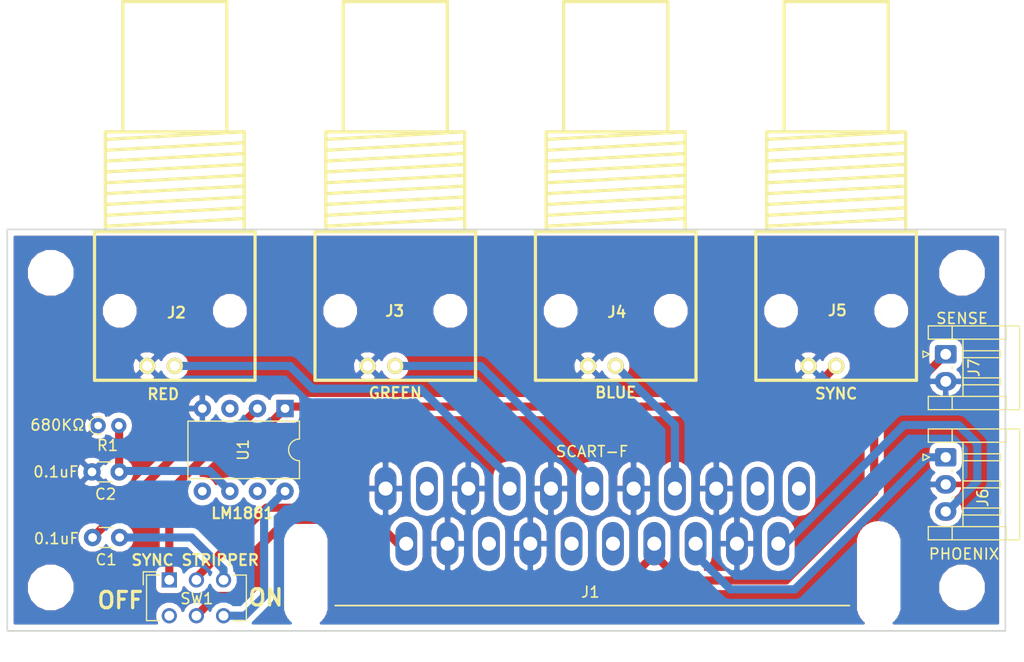
<source format=kicad_pcb>
(kicad_pcb (version 20171130) (host pcbnew 5.0.1)

  (general
    (thickness 1.6)
    (drawings 8)
    (tracks 65)
    (zones 0)
    (modules 16)
    (nets 28)
  )

  (page A4)
  (layers
    (0 F.Cu signal)
    (31 B.Cu signal)
    (32 B.Adhes user)
    (33 F.Adhes user)
    (34 B.Paste user)
    (35 F.Paste user)
    (36 B.SilkS user)
    (37 F.SilkS user)
    (38 B.Mask user)
    (39 F.Mask user)
    (40 Dwgs.User user)
    (41 Cmts.User user)
    (42 Eco1.User user)
    (43 Eco2.User user)
    (44 Edge.Cuts user)
    (45 Margin user)
    (46 B.CrtYd user)
    (47 F.CrtYd user)
    (48 B.Fab user)
    (49 F.Fab user)
  )

  (setup
    (last_trace_width 0.254)
    (user_trace_width 0.5)
    (user_trace_width 0.75)
    (trace_clearance 0.2)
    (zone_clearance 0.508)
    (zone_45_only no)
    (trace_min 0.254)
    (segment_width 0.2)
    (edge_width 0.15)
    (via_size 0.762)
    (via_drill 0.701)
    (via_min_size 0.254)
    (via_min_drill 0.701)
    (uvia_size 0.762)
    (uvia_drill 0.701)
    (uvias_allowed no)
    (uvia_min_size 0.2)
    (uvia_min_drill 0.1)
    (pcb_text_width 0.3)
    (pcb_text_size 1.5 1.5)
    (mod_edge_width 0.15)
    (mod_text_size 1 1)
    (mod_text_width 0.15)
    (pad_size 2.2 2.2)
    (pad_drill 1.5)
    (pad_to_mask_clearance 0.2)
    (solder_mask_min_width 0.25)
    (aux_axis_origin 0 0)
    (visible_elements 7FFFFFFF)
    (pcbplotparams
      (layerselection 0x010f0_ffffffff)
      (usegerberextensions true)
      (usegerberattributes false)
      (usegerberadvancedattributes false)
      (creategerberjobfile false)
      (excludeedgelayer true)
      (linewidth 0.100000)
      (plotframeref false)
      (viasonmask false)
      (mode 1)
      (useauxorigin false)
      (hpglpennumber 1)
      (hpglpenspeed 20)
      (hpglpendiameter 15.000000)
      (psnegative false)
      (psa4output false)
      (plotreference true)
      (plotvalue true)
      (plotinvisibletext false)
      (padsonsilk false)
      (subtractmaskfromsilk false)
      (outputformat 1)
      (mirror false)
      (drillshape 0)
      (scaleselection 1)
      (outputdirectory "Gerbers/"))
  )

  (net 0 "")
  (net 1 GND)
  (net 2 RED)
  (net 3 SYNC)
  (net 4 GREEN)
  (net 5 BLUE)
  (net 6 "Net-(J1-Pad1)")
  (net 7 "Net-(J1-Pad16)")
  (net 8 "Net-(J1-Pad8)")
  (net 9 "Net-(J1-Pad10)")
  (net 10 "Net-(J1-Pad12)")
  (net 11 "Net-(J1-Pad3)")
  (net 12 "Net-(J1-Pad19)")
  (net 13 "Net-(J1-Pad20)")
  (net 14 "Net-(J1-Pad2)")
  (net 15 "Net-(J1-Pad6)")
  (net 16 "Net-(C2-Pad1)")
  (net 17 "Net-(U1-Pad5)")
  (net 18 "Net-(C1-Pad2)")
  (net 19 "Net-(U1-Pad3)")
  (net 20 "Net-(U1-Pad7)")
  (net 21 "Net-(SW1-Pad6)")
  (net 22 "Net-(C1-Pad1)")
  (net 23 "Net-(SW1-Pad4)")
  (net 24 "Net-(J8-Pad1)")
  (net 25 "Net-(J9-Pad1)")
  (net 26 "Net-(J10-Pad1)")
  (net 27 "Net-(J11-Pad1)")

  (net_class Default "This is the default net class."
    (clearance 0.2)
    (trace_width 0.254)
    (via_dia 0.762)
    (via_drill 0.701)
    (uvia_dia 0.762)
    (uvia_drill 0.701)
    (diff_pair_gap 0.254)
    (diff_pair_width 0.254)
    (add_net BLUE)
    (add_net GND)
    (add_net GREEN)
    (add_net "Net-(C1-Pad1)")
    (add_net "Net-(C1-Pad2)")
    (add_net "Net-(C2-Pad1)")
    (add_net "Net-(J1-Pad1)")
    (add_net "Net-(J1-Pad10)")
    (add_net "Net-(J1-Pad12)")
    (add_net "Net-(J1-Pad16)")
    (add_net "Net-(J1-Pad19)")
    (add_net "Net-(J1-Pad2)")
    (add_net "Net-(J1-Pad20)")
    (add_net "Net-(J1-Pad3)")
    (add_net "Net-(J1-Pad6)")
    (add_net "Net-(J1-Pad8)")
    (add_net "Net-(J10-Pad1)")
    (add_net "Net-(J11-Pad1)")
    (add_net "Net-(J8-Pad1)")
    (add_net "Net-(J9-Pad1)")
    (add_net "Net-(SW1-Pad4)")
    (add_net "Net-(SW1-Pad6)")
    (add_net "Net-(U1-Pad3)")
    (add_net "Net-(U1-Pad5)")
    (add_net "Net-(U1-Pad7)")
    (add_net RED)
    (add_net SYNC)
  )

  (module Connector_JST:JST_EH_S02B-EH_1x02_P2.50mm_Horizontal (layer F.Cu) (tedit 5C7624B4) (tstamp 5C7695AE)
    (at 162.5 87.5 270)
    (descr "JST EH series connector, S02B-EH (http://www.jst-mfg.com/product/pdf/eng/eEH.pdf), generated with kicad-footprint-generator")
    (tags "connector JST EH top entry")
    (path /5C74DAFA)
    (fp_text reference J7 (at 1.25 -7.9 270) (layer F.SilkS) hide
      (effects (font (size 1 1) (thickness 0.15)))
    )
    (fp_text value SENSE (at 1.25 2.7 270) (layer F.SilkS) hide
      (effects (font (size 1 1) (thickness 0.15)))
    )
    (fp_line (start -1.5 -0.7) (end -1.5 1.5) (layer F.Fab) (width 0.1))
    (fp_line (start -1.5 1.5) (end -2.5 1.5) (layer F.Fab) (width 0.1))
    (fp_line (start -2.5 1.5) (end -2.5 -6.7) (layer F.Fab) (width 0.1))
    (fp_line (start -2.5 -6.7) (end 5 -6.7) (layer F.Fab) (width 0.1))
    (fp_line (start 5 -6.7) (end 5 1.5) (layer F.Fab) (width 0.1))
    (fp_line (start 5 1.5) (end 4 1.5) (layer F.Fab) (width 0.1))
    (fp_line (start 4 1.5) (end 4 -0.7) (layer F.Fab) (width 0.1))
    (fp_line (start 4 -0.7) (end -1.5 -0.7) (layer F.Fab) (width 0.1))
    (fp_line (start -3 -7.2) (end -3 2) (layer F.CrtYd) (width 0.05))
    (fp_line (start -3 2) (end 5.5 2) (layer F.CrtYd) (width 0.05))
    (fp_line (start 5.5 2) (end 5.5 -7.2) (layer F.CrtYd) (width 0.05))
    (fp_line (start 5.5 -7.2) (end -3 -7.2) (layer F.CrtYd) (width 0.05))
    (fp_line (start -1.39 -0.59) (end -1.39 1.61) (layer F.SilkS) (width 0.12))
    (fp_line (start -1.39 1.61) (end -2.61 1.61) (layer F.SilkS) (width 0.12))
    (fp_line (start -2.61 1.61) (end -2.61 -6.81) (layer F.SilkS) (width 0.12))
    (fp_line (start -2.61 -6.81) (end 5.11 -6.81) (layer F.SilkS) (width 0.12))
    (fp_line (start 5.11 -6.81) (end 5.11 1.61) (layer F.SilkS) (width 0.12))
    (fp_line (start 5.11 1.61) (end 3.89 1.61) (layer F.SilkS) (width 0.12))
    (fp_line (start 3.89 1.61) (end 3.89 -0.59) (layer F.SilkS) (width 0.12))
    (fp_line (start -2.61 -5.59) (end -1.39 -5.59) (layer F.SilkS) (width 0.12))
    (fp_line (start -1.39 -5.59) (end -1.39 -0.59) (layer F.SilkS) (width 0.12))
    (fp_line (start -1.39 -0.59) (end -2.61 -0.59) (layer F.SilkS) (width 0.12))
    (fp_line (start 5.11 -5.59) (end 3.89 -5.59) (layer F.SilkS) (width 0.12))
    (fp_line (start 3.89 -5.59) (end 3.89 -0.59) (layer F.SilkS) (width 0.12))
    (fp_line (start 3.89 -0.59) (end 5.11 -0.59) (layer F.SilkS) (width 0.12))
    (fp_line (start -1.39 -1.59) (end 3.89 -1.59) (layer F.SilkS) (width 0.12))
    (fp_line (start 0 -1.59) (end -0.32 -1.59) (layer F.SilkS) (width 0.12))
    (fp_line (start -0.32 -1.59) (end -0.32 -5.01) (layer F.SilkS) (width 0.12))
    (fp_line (start -0.32 -5.01) (end 0 -5.09) (layer F.SilkS) (width 0.12))
    (fp_line (start 0 -5.09) (end 0.32 -5.01) (layer F.SilkS) (width 0.12))
    (fp_line (start 0.32 -5.01) (end 0.32 -1.59) (layer F.SilkS) (width 0.12))
    (fp_line (start 0.32 -1.59) (end 0 -1.59) (layer F.SilkS) (width 0.12))
    (fp_line (start 1.17 -0.59) (end 1.33 -0.59) (layer F.SilkS) (width 0.12))
    (fp_line (start 2.5 -1.59) (end 2.18 -1.59) (layer F.SilkS) (width 0.12))
    (fp_line (start 2.18 -1.59) (end 2.18 -5.01) (layer F.SilkS) (width 0.12))
    (fp_line (start 2.18 -5.01) (end 2.5 -5.09) (layer F.SilkS) (width 0.12))
    (fp_line (start 2.5 -5.09) (end 2.82 -5.01) (layer F.SilkS) (width 0.12))
    (fp_line (start 2.82 -5.01) (end 2.82 -1.59) (layer F.SilkS) (width 0.12))
    (fp_line (start 2.82 -1.59) (end 2.5 -1.59) (layer F.SilkS) (width 0.12))
    (fp_line (start 0 1.5) (end -0.3 2.1) (layer F.SilkS) (width 0.12))
    (fp_line (start -0.3 2.1) (end 0.3 2.1) (layer F.SilkS) (width 0.12))
    (fp_line (start 0.3 2.1) (end 0 1.5) (layer F.SilkS) (width 0.12))
    (fp_line (start -0.5 -0.7) (end 0 -1.407107) (layer F.Fab) (width 0.1))
    (fp_line (start 0 -1.407107) (end 0.5 -0.7) (layer F.Fab) (width 0.1))
    (fp_text user %R (at 1.25 -2.6 270) (layer F.SilkS)
      (effects (font (size 1 1) (thickness 0.15)))
    )
    (pad 1 thru_hole roundrect (at 0 0 270) (size 1.7 2) (drill 1) (layers *.Cu *.Mask) (roundrect_rratio 0.147059)
      (net 8 "Net-(J1-Pad8)"))
    (pad 2 thru_hole oval (at 2.5 0 270) (size 1.7 2) (drill 1) (layers *.Cu *.Mask)
      (net 1 GND))
    (model ${KISYS3DMOD}/Connector_JST.3dshapes/JST_EH_S02B-EH_1x02_P2.50mm_Horizontal.wrl
      (at (xyz 0 0 0))
      (scale (xyz 1 1 1))
      (rotate (xyz 0 0 0))
    )
  )

  (module Connector_JST:JST_EH_S03B-EH_1x03_P2.50mm_Horizontal (layer F.Cu) (tedit 5C762609) (tstamp 5C768D82)
    (at 162.5 97 270)
    (descr "JST EH series connector, S03B-EH (http://www.jst-mfg.com/product/pdf/eng/eEH.pdf), generated with kicad-footprint-generator")
    (tags "connector JST EH top entry")
    (path /5C652866)
    (fp_text reference J6 (at 8.8672 -1.838) (layer F.SilkS) hide
      (effects (font (size 1 1) (thickness 0.15)))
    )
    (fp_text value PHOENIX (at 8.918 -1.6856) (layer F.SilkS)
      (effects (font (size 1 1) (thickness 0.15)))
    )
    (fp_line (start -1.5 -0.7) (end -1.5 1.5) (layer F.Fab) (width 0.1))
    (fp_line (start -1.5 1.5) (end -2.5 1.5) (layer F.Fab) (width 0.1))
    (fp_line (start -2.5 1.5) (end -2.5 -6.7) (layer F.Fab) (width 0.1))
    (fp_line (start -2.5 -6.7) (end 7.5 -6.7) (layer F.Fab) (width 0.1))
    (fp_line (start 7.5 -6.7) (end 7.5 1.5) (layer F.Fab) (width 0.1))
    (fp_line (start 7.5 1.5) (end 6.5 1.5) (layer F.Fab) (width 0.1))
    (fp_line (start 6.5 1.5) (end 6.5 -0.7) (layer F.Fab) (width 0.1))
    (fp_line (start 6.5 -0.7) (end -1.5 -0.7) (layer F.Fab) (width 0.1))
    (fp_line (start -3 -7.2) (end -3 2) (layer F.CrtYd) (width 0.05))
    (fp_line (start -3 2) (end 8 2) (layer F.CrtYd) (width 0.05))
    (fp_line (start 8 2) (end 8 -7.2) (layer F.CrtYd) (width 0.05))
    (fp_line (start 8 -7.2) (end -3 -7.2) (layer F.CrtYd) (width 0.05))
    (fp_line (start -1.39 -0.59) (end -1.39 1.61) (layer F.SilkS) (width 0.12))
    (fp_line (start -1.39 1.61) (end -2.61 1.61) (layer F.SilkS) (width 0.12))
    (fp_line (start -2.61 1.61) (end -2.61 -6.81) (layer F.SilkS) (width 0.12))
    (fp_line (start -2.61 -6.81) (end 7.61 -6.81) (layer F.SilkS) (width 0.12))
    (fp_line (start 7.61 -6.81) (end 7.61 1.61) (layer F.SilkS) (width 0.12))
    (fp_line (start 7.61 1.61) (end 6.39 1.61) (layer F.SilkS) (width 0.12))
    (fp_line (start 6.39 1.61) (end 6.39 -0.59) (layer F.SilkS) (width 0.12))
    (fp_line (start -2.61 -5.59) (end -1.39 -5.59) (layer F.SilkS) (width 0.12))
    (fp_line (start -1.39 -5.59) (end -1.39 -0.59) (layer F.SilkS) (width 0.12))
    (fp_line (start -1.39 -0.59) (end -2.61 -0.59) (layer F.SilkS) (width 0.12))
    (fp_line (start 7.61 -5.59) (end 6.39 -5.59) (layer F.SilkS) (width 0.12))
    (fp_line (start 6.39 -5.59) (end 6.39 -0.59) (layer F.SilkS) (width 0.12))
    (fp_line (start 6.39 -0.59) (end 7.61 -0.59) (layer F.SilkS) (width 0.12))
    (fp_line (start -1.39 -1.59) (end 6.39 -1.59) (layer F.SilkS) (width 0.12))
    (fp_line (start 0 -1.59) (end -0.32 -1.59) (layer F.SilkS) (width 0.12))
    (fp_line (start -0.32 -1.59) (end -0.32 -5.01) (layer F.SilkS) (width 0.12))
    (fp_line (start -0.32 -5.01) (end 0 -5.09) (layer F.SilkS) (width 0.12))
    (fp_line (start 0 -5.09) (end 0.32 -5.01) (layer F.SilkS) (width 0.12))
    (fp_line (start 0.32 -5.01) (end 0.32 -1.59) (layer F.SilkS) (width 0.12))
    (fp_line (start 0.32 -1.59) (end 0 -1.59) (layer F.SilkS) (width 0.12))
    (fp_line (start 1.17 -0.59) (end 1.33 -0.59) (layer F.SilkS) (width 0.12))
    (fp_line (start 2.5 -1.59) (end 2.18 -1.59) (layer F.SilkS) (width 0.12))
    (fp_line (start 2.18 -1.59) (end 2.18 -5.01) (layer F.SilkS) (width 0.12))
    (fp_line (start 2.18 -5.01) (end 2.5 -5.09) (layer F.SilkS) (width 0.12))
    (fp_line (start 2.5 -5.09) (end 2.82 -5.01) (layer F.SilkS) (width 0.12))
    (fp_line (start 2.82 -5.01) (end 2.82 -1.59) (layer F.SilkS) (width 0.12))
    (fp_line (start 2.82 -1.59) (end 2.5 -1.59) (layer F.SilkS) (width 0.12))
    (fp_line (start 3.67 -0.59) (end 3.83 -0.59) (layer F.SilkS) (width 0.12))
    (fp_line (start 5 -1.59) (end 4.68 -1.59) (layer F.SilkS) (width 0.12))
    (fp_line (start 4.68 -1.59) (end 4.68 -5.01) (layer F.SilkS) (width 0.12))
    (fp_line (start 4.68 -5.01) (end 5 -5.09) (layer F.SilkS) (width 0.12))
    (fp_line (start 5 -5.09) (end 5.32 -5.01) (layer F.SilkS) (width 0.12))
    (fp_line (start 5.32 -5.01) (end 5.32 -1.59) (layer F.SilkS) (width 0.12))
    (fp_line (start 5.32 -1.59) (end 5 -1.59) (layer F.SilkS) (width 0.12))
    (fp_line (start 0 1.5) (end -0.3 2.1) (layer F.SilkS) (width 0.12))
    (fp_line (start -0.3 2.1) (end 0.3 2.1) (layer F.SilkS) (width 0.12))
    (fp_line (start 0.3 2.1) (end 0 1.5) (layer F.SilkS) (width 0.12))
    (fp_line (start -0.5 -0.7) (end 0 -1.407107) (layer F.Fab) (width 0.1))
    (fp_line (start 0 -1.407107) (end 0.5 -0.7) (layer F.Fab) (width 0.1))
    (fp_text user %R (at 3.7364 -3.4128 270) (layer F.SilkS)
      (effects (font (size 1 1) (thickness 0.15)))
    )
    (pad 1 thru_hole roundrect (at 0 0 270) (size 1.7 1.95) (drill 0.95) (layers *.Cu *.Mask) (roundrect_rratio 0.147059)
      (net 15 "Net-(J1-Pad6)"))
    (pad 2 thru_hole oval (at 2.5 0 270) (size 1.7 1.95) (drill 0.95) (layers *.Cu *.Mask)
      (net 1 GND))
    (pad 3 thru_hole oval (at 5 0 270) (size 1.7 1.95) (drill 0.95) (layers *.Cu *.Mask)
      (net 14 "Net-(J1-Pad2)"))
    (model ${KISYS3DMOD}/Connector_JST.3dshapes/JST_EH_S03B-EH_1x03_P2.50mm_Horizontal.wrl
      (at (xyz 0 0 0))
      (scale (xyz 1 1 1))
      (rotate (xyz 0 0 0))
    )
  )

  (module MountingHole:MountingHole_3.2mm_M3 (layer F.Cu) (tedit 5C761F46) (tstamp 5C761FF9)
    (at 80 109)
    (descr "Mounting Hole 3.2mm, no annular, M3")
    (tags "mounting hole 3.2mm no annular m3")
    (path /5C7607B9)
    (attr virtual)
    (fp_text reference J11 (at -0.0408 -2.6248) (layer F.SilkS) hide
      (effects (font (size 1 1) (thickness 0.15)))
    )
    (fp_text value Conn_01x01 (at 0 4.2) (layer F.Fab)
      (effects (font (size 1 1) (thickness 0.15)))
    )
    (fp_circle (center 0 0) (end 3.45 0) (layer F.CrtYd) (width 0.05))
    (fp_circle (center 0 0) (end 3.2 0) (layer Cmts.User) (width 0.15))
    (fp_text user %R (at 0.3 0) (layer F.Fab)
      (effects (font (size 1 1) (thickness 0.15)))
    )
    (pad 1 np_thru_hole circle (at 0 0) (size 3.2 3.2) (drill 3.2) (layers *.Cu *.Mask)
      (net 27 "Net-(J11-Pad1)"))
  )

  (module MountingHole:MountingHole_3.2mm_M3 (layer F.Cu) (tedit 5C761F4F) (tstamp 5C761FF1)
    (at 80 80)
    (descr "Mounting Hole 3.2mm, no annular, M3")
    (tags "mounting hole 3.2mm no annular m3")
    (path /5C760785)
    (attr virtual)
    (fp_text reference J10 (at 0 -4.2) (layer F.SilkS) hide
      (effects (font (size 1 1) (thickness 0.15)))
    )
    (fp_text value Conn_01x01 (at 0 4.2) (layer F.Fab)
      (effects (font (size 1 1) (thickness 0.15)))
    )
    (fp_text user %R (at 0.3 0) (layer F.Fab)
      (effects (font (size 1 1) (thickness 0.15)))
    )
    (fp_circle (center 0 0) (end 3.2 0) (layer Cmts.User) (width 0.15))
    (fp_circle (center 0 0) (end 3.45 0) (layer F.CrtYd) (width 0.05))
    (pad 1 np_thru_hole circle (at 0 0) (size 3.2 3.2) (drill 3.2) (layers *.Cu *.Mask)
      (net 26 "Net-(J10-Pad1)"))
  )

  (module MountingHole:MountingHole_3.2mm_M3 (layer F.Cu) (tedit 5C761F61) (tstamp 5C761FE9)
    (at 164 109)
    (descr "Mounting Hole 3.2mm, no annular, M3")
    (tags "mounting hole 3.2mm no annular m3")
    (path /5C76074F)
    (attr virtual)
    (fp_text reference J9 (at 0 -4.2) (layer F.SilkS) hide
      (effects (font (size 1 1) (thickness 0.15)))
    )
    (fp_text value Conn_01x01 (at 0 4.2) (layer F.Fab)
      (effects (font (size 1 1) (thickness 0.15)))
    )
    (fp_circle (center 0 0) (end 3.45 0) (layer F.CrtYd) (width 0.05))
    (fp_circle (center 0 0) (end 3.2 0) (layer Cmts.User) (width 0.15))
    (fp_text user %R (at 0.3 0) (layer F.Fab)
      (effects (font (size 1 1) (thickness 0.15)))
    )
    (pad 1 np_thru_hole circle (at 0 0) (size 3.2 3.2) (drill 3.2) (layers *.Cu *.Mask)
      (net 25 "Net-(J9-Pad1)"))
  )

  (module MountingHole:MountingHole_3.2mm_M3 (layer F.Cu) (tedit 5C761FE9) (tstamp 5C761FE1)
    (at 164 80)
    (descr "Mounting Hole 3.2mm, no annular, M3")
    (tags "mounting hole 3.2mm no annular m3")
    (path /5C7605B3)
    (attr virtual)
    (fp_text reference J8 (at 0 -4.2) (layer F.SilkS) hide
      (effects (font (size 1 1) (thickness 0.15)))
    )
    (fp_text value SENSE (at 0 4.2) (layer F.SilkS)
      (effects (font (size 1 1) (thickness 0.15)))
    )
    (fp_text user %R (at 0.3 0) (layer F.Fab)
      (effects (font (size 1 1) (thickness 0.15)))
    )
    (fp_circle (center 0 0) (end 3.2 0) (layer Cmts.User) (width 0.15))
    (fp_circle (center 0 0) (end 3.45 0) (layer F.CrtYd) (width 0.05))
    (pad 1 np_thru_hole circle (at 0 0) (size 3.2 3.2) (drill 3.2) (layers *.Cu *.Mask)
      (net 24 "Net-(J8-Pad1)"))
  )

  (module Button_Switch_THT:SW_CuK_JS202011AQN_DPDT_Angled (layer F.Cu) (tedit 5A02FE31) (tstamp 5C7C184F)
    (at 90.932 108.3056)
    (descr "CuK sub miniature slide switch, JS series, DPDT, right angle, http://www.ckswitches.com/media/1422/js.pdf")
    (tags "switch DPDT")
    (path /5C75001B)
    (fp_text reference SW1 (at 2.54 1.7272) (layer F.SilkS)
      (effects (font (size 1 1) (thickness 0.15)))
    )
    (fp_text value SW_DPDT_x2 (at 2.25 6.75) (layer F.Fab)
      (effects (font (size 1 1) (thickness 0.15)))
    )
    (fp_line (start -1 -0.35) (end -2 0.65) (layer F.Fab) (width 0.1))
    (fp_line (start 7.25 4.25) (end 4.5 4.25) (layer F.CrtYd) (width 0.05))
    (fp_line (start 7.25 -0.95) (end 7.25 4.25) (layer F.CrtYd) (width 0.05))
    (fp_line (start -2.25 -0.95) (end 7.25 -0.95) (layer F.CrtYd) (width 0.05))
    (fp_line (start -2.25 4.25) (end -2.25 -0.95) (layer F.CrtYd) (width 0.05))
    (fp_line (start 0.5 4.25) (end -2.25 4.25) (layer F.CrtYd) (width 0.05))
    (fp_line (start 4.5 6) (end 0.5 6) (layer F.CrtYd) (width 0.05))
    (fp_line (start 4.5 6) (end 4.5 4.25) (layer F.CrtYd) (width 0.05))
    (fp_line (start 2.25 5.65) (end 2.25 3.65) (layer F.Fab) (width 0.1))
    (fp_line (start 0.75 5.65) (end 2.25 5.65) (layer F.Fab) (width 0.1))
    (fp_line (start 0.75 3.65) (end 0.75 5.65) (layer F.Fab) (width 0.1))
    (fp_line (start -2.4 -0.75) (end -2.4 0.45) (layer F.SilkS) (width 0.12))
    (fp_line (start -1.2 -0.75) (end -2.4 -0.75) (layer F.SilkS) (width 0.12))
    (fp_line (start 7.1 3.75) (end 5.9 3.75) (layer F.SilkS) (width 0.12))
    (fp_line (start 7.1 -0.45) (end 7.1 3.75) (layer F.SilkS) (width 0.12))
    (fp_line (start 5.9 -0.45) (end 7.1 -0.45) (layer F.SilkS) (width 0.12))
    (fp_line (start -2.1 3.75) (end -0.9 3.75) (layer F.SilkS) (width 0.12))
    (fp_line (start -2.1 -0.45) (end -2.1 3.75) (layer F.SilkS) (width 0.12))
    (fp_line (start -0.9 -0.45) (end -2.1 -0.45) (layer F.SilkS) (width 0.12))
    (fp_text user %R (at 2.5 1.75) (layer F.Fab)
      (effects (font (size 1 1) (thickness 0.15)))
    )
    (fp_line (start -2 3.65) (end -2 0.65) (layer F.Fab) (width 0.1))
    (fp_line (start 7 3.65) (end -2 3.65) (layer F.Fab) (width 0.1))
    (fp_line (start 7 -0.35) (end 7 3.65) (layer F.Fab) (width 0.1))
    (fp_line (start -1 -0.35) (end 7 -0.35) (layer F.Fab) (width 0.1))
    (fp_line (start 0.5 4.25) (end 0.5 6) (layer F.CrtYd) (width 0.05))
    (pad 1 thru_hole rect (at 0 0) (size 1.4 1.4) (drill 0.9) (layers *.Cu *.Mask)
      (net 3 SYNC))
    (pad 2 thru_hole circle (at 2.5 0) (size 1.4 1.4) (drill 0.9) (layers *.Cu *.Mask)
      (net 13 "Net-(J1-Pad20)"))
    (pad 3 thru_hole circle (at 5 0) (size 1.4 1.4) (drill 0.9) (layers *.Cu *.Mask)
      (net 22 "Net-(C1-Pad1)"))
    (pad 4 thru_hole circle (at 0 3.3) (size 1.4 1.4) (drill 0.9) (layers *.Cu *.Mask)
      (net 23 "Net-(SW1-Pad4)"))
    (pad 5 thru_hole circle (at 2.5 3.3) (size 1.4 1.4) (drill 0.9) (layers *.Cu *.Mask)
      (net 8 "Net-(J1-Pad8)"))
    (pad 6 thru_hole circle (at 5 3.3) (size 1.4 1.4) (drill 0.9) (layers *.Cu *.Mask)
      (net 21 "Net-(SW1-Pad6)"))
    (model ${KISYS3DMOD}/Button_Switch_THT.3dshapes/SW_CuK_JS202011AQN_DPDT_Angled.wrl
      (at (xyz 0 0 0))
      (scale (xyz 1 1 1))
      (rotate (xyz 0 0 0))
    )
  )

  (module Capacitor_THT:C_Disc_D3.0mm_W1.6mm_P2.50mm (layer F.Cu) (tedit 5C7620D9) (tstamp 5C7C19F0)
    (at 86.3092 98.3488 180)
    (descr "C, Disc series, Radial, pin pitch=2.50mm, , diameter*width=3.0*1.6mm^2, Capacitor, http://www.vishay.com/docs/45233/krseries.pdf")
    (tags "C Disc series Radial pin pitch 2.50mm  diameter 3.0mm width 1.6mm Capacitor")
    (path /5C74EC46)
    (fp_text reference C2 (at 1.25 -2.05 180) (layer F.SilkS)
      (effects (font (size 1 1) (thickness 0.15)))
    )
    (fp_text value 0.1uF (at 5.842 0 180) (layer F.SilkS)
      (effects (font (size 1 1) (thickness 0.15)))
    )
    (fp_text user %R (at 1.25 0) (layer F.Fab)
      (effects (font (size 0.6 0.6) (thickness 0.09)))
    )
    (fp_line (start 3.55 -1.05) (end -1.05 -1.05) (layer F.CrtYd) (width 0.05))
    (fp_line (start 3.55 1.05) (end 3.55 -1.05) (layer F.CrtYd) (width 0.05))
    (fp_line (start -1.05 1.05) (end 3.55 1.05) (layer F.CrtYd) (width 0.05))
    (fp_line (start -1.05 -1.05) (end -1.05 1.05) (layer F.CrtYd) (width 0.05))
    (fp_line (start 0.621 0.92) (end 1.879 0.92) (layer F.SilkS) (width 0.12))
    (fp_line (start 0.621 -0.92) (end 1.879 -0.92) (layer F.SilkS) (width 0.12))
    (fp_line (start 2.75 -0.8) (end -0.25 -0.8) (layer F.Fab) (width 0.1))
    (fp_line (start 2.75 0.8) (end 2.75 -0.8) (layer F.Fab) (width 0.1))
    (fp_line (start -0.25 0.8) (end 2.75 0.8) (layer F.Fab) (width 0.1))
    (fp_line (start -0.25 -0.8) (end -0.25 0.8) (layer F.Fab) (width 0.1))
    (pad 2 thru_hole circle (at 2.5 0 180) (size 1.6 1.6) (drill 0.8) (layers *.Cu *.Mask)
      (net 1 GND))
    (pad 1 thru_hole circle (at 0 0 180) (size 1.6 1.6) (drill 0.8) (layers *.Cu *.Mask)
      (net 16 "Net-(C2-Pad1)"))
    (model ${KISYS3DMOD}/Capacitor_THT.3dshapes/C_Disc_D3.0mm_W1.6mm_P2.50mm.wrl
      (at (xyz 0 0 0))
      (scale (xyz 1 1 1))
      (rotate (xyz 0 0 0))
    )
  )

  (module Capacitor_THT:C_Disc_D3.0mm_W1.6mm_P2.50mm (layer F.Cu) (tedit 5C7620F2) (tstamp 5C7617E0)
    (at 86.36 104.394 180)
    (descr "C, Disc series, Radial, pin pitch=2.50mm, , diameter*width=3.0*1.6mm^2, Capacitor, http://www.vishay.com/docs/45233/krseries.pdf")
    (tags "C Disc series Radial pin pitch 2.50mm  diameter 3.0mm width 1.6mm Capacitor")
    (path /5C74F422)
    (fp_text reference C1 (at 1.25 -2.05 180) (layer F.SilkS)
      (effects (font (size 1 1) (thickness 0.15)))
    )
    (fp_text value 0.1uF (at 5.842 -0.1016 180) (layer F.SilkS)
      (effects (font (size 1 1) (thickness 0.15)))
    )
    (fp_line (start -0.25 -0.8) (end -0.25 0.8) (layer F.Fab) (width 0.1))
    (fp_line (start -0.25 0.8) (end 2.75 0.8) (layer F.Fab) (width 0.1))
    (fp_line (start 2.75 0.8) (end 2.75 -0.8) (layer F.Fab) (width 0.1))
    (fp_line (start 2.75 -0.8) (end -0.25 -0.8) (layer F.Fab) (width 0.1))
    (fp_line (start 0.621 -0.92) (end 1.879 -0.92) (layer F.SilkS) (width 0.12))
    (fp_line (start 0.621 0.92) (end 1.879 0.92) (layer F.SilkS) (width 0.12))
    (fp_line (start -1.05 -1.05) (end -1.05 1.05) (layer F.CrtYd) (width 0.05))
    (fp_line (start -1.05 1.05) (end 3.55 1.05) (layer F.CrtYd) (width 0.05))
    (fp_line (start 3.55 1.05) (end 3.55 -1.05) (layer F.CrtYd) (width 0.05))
    (fp_line (start 3.55 -1.05) (end -1.05 -1.05) (layer F.CrtYd) (width 0.05))
    (fp_text user %R (at 1.25 0 180) (layer F.Fab)
      (effects (font (size 0.6 0.6) (thickness 0.09)))
    )
    (pad 1 thru_hole circle (at 0 0 180) (size 1.6 1.6) (drill 0.8) (layers *.Cu *.Mask)
      (net 22 "Net-(C1-Pad1)"))
    (pad 2 thru_hole circle (at 2.5 0 180) (size 1.6 1.6) (drill 0.8) (layers *.Cu *.Mask)
      (net 18 "Net-(C1-Pad2)"))
    (model ${KISYS3DMOD}/Capacitor_THT.3dshapes/C_Disc_D3.0mm_W1.6mm_P2.50mm.wrl
      (at (xyz 0 0 0))
      (scale (xyz 1 1 1))
      (rotate (xyz 0 0 0))
    )
  )

  (module Package_DIP:DIP-8_W7.62mm (layer F.Cu) (tedit 5A02E8C5) (tstamp 5C7C1C6D)
    (at 101.6 92.5068 270)
    (descr "8-lead though-hole mounted DIP package, row spacing 7.62 mm (300 mils)")
    (tags "THT DIP DIL PDIP 2.54mm 7.62mm 300mil")
    (path /5C74DDC8)
    (fp_text reference U1 (at 3.81 3.8608 270) (layer F.SilkS)
      (effects (font (size 1 1) (thickness 0.15)))
    )
    (fp_text value LM1881 (at 3.81 9.95 270) (layer F.Fab)
      (effects (font (size 1 1) (thickness 0.15)))
    )
    (fp_arc (start 3.81 -1.33) (end 2.81 -1.33) (angle -180) (layer F.SilkS) (width 0.12))
    (fp_line (start 1.635 -1.27) (end 6.985 -1.27) (layer F.Fab) (width 0.1))
    (fp_line (start 6.985 -1.27) (end 6.985 8.89) (layer F.Fab) (width 0.1))
    (fp_line (start 6.985 8.89) (end 0.635 8.89) (layer F.Fab) (width 0.1))
    (fp_line (start 0.635 8.89) (end 0.635 -0.27) (layer F.Fab) (width 0.1))
    (fp_line (start 0.635 -0.27) (end 1.635 -1.27) (layer F.Fab) (width 0.1))
    (fp_line (start 2.81 -1.33) (end 1.16 -1.33) (layer F.SilkS) (width 0.12))
    (fp_line (start 1.16 -1.33) (end 1.16 8.95) (layer F.SilkS) (width 0.12))
    (fp_line (start 1.16 8.95) (end 6.46 8.95) (layer F.SilkS) (width 0.12))
    (fp_line (start 6.46 8.95) (end 6.46 -1.33) (layer F.SilkS) (width 0.12))
    (fp_line (start 6.46 -1.33) (end 4.81 -1.33) (layer F.SilkS) (width 0.12))
    (fp_line (start -1.1 -1.55) (end -1.1 9.15) (layer F.CrtYd) (width 0.05))
    (fp_line (start -1.1 9.15) (end 8.7 9.15) (layer F.CrtYd) (width 0.05))
    (fp_line (start 8.7 9.15) (end 8.7 -1.55) (layer F.CrtYd) (width 0.05))
    (fp_line (start 8.7 -1.55) (end -1.1 -1.55) (layer F.CrtYd) (width 0.05))
    (fp_text user %R (at 3.81 3.81 270) (layer F.Fab)
      (effects (font (size 1 1) (thickness 0.15)))
    )
    (pad 1 thru_hole rect (at 0 0 270) (size 1.6 1.6) (drill 0.8) (layers *.Cu *.Mask)
      (net 3 SYNC))
    (pad 5 thru_hole oval (at 7.62 7.62 270) (size 1.6 1.6) (drill 0.8) (layers *.Cu *.Mask)
      (net 17 "Net-(U1-Pad5)"))
    (pad 2 thru_hole oval (at 0 2.54 270) (size 1.6 1.6) (drill 0.8) (layers *.Cu *.Mask)
      (net 18 "Net-(C1-Pad2)"))
    (pad 6 thru_hole oval (at 7.62 5.08 270) (size 1.6 1.6) (drill 0.8) (layers *.Cu *.Mask)
      (net 16 "Net-(C2-Pad1)"))
    (pad 3 thru_hole oval (at 0 5.08 270) (size 1.6 1.6) (drill 0.8) (layers *.Cu *.Mask)
      (net 19 "Net-(U1-Pad3)"))
    (pad 7 thru_hole oval (at 7.62 2.54 270) (size 1.6 1.6) (drill 0.8) (layers *.Cu *.Mask)
      (net 20 "Net-(U1-Pad7)"))
    (pad 4 thru_hole oval (at 0 7.62 270) (size 1.6 1.6) (drill 0.8) (layers *.Cu *.Mask)
      (net 1 GND))
    (pad 8 thru_hole oval (at 7.62 0 270) (size 1.6 1.6) (drill 0.8) (layers *.Cu *.Mask)
      (net 21 "Net-(SW1-Pad6)"))
    (model ${KISYS3DMOD}/Package_DIP.3dshapes/DIP-8_W7.62mm.wrl
      (at (xyz 0 0 0))
      (scale (xyz 1 1 1))
      (rotate (xyz 0 0 0))
    )
  )

  (module Resistor_THT:R_Axial_DIN0204_L3.6mm_D1.6mm_P1.90mm_Vertical (layer F.Cu) (tedit 5C76281A) (tstamp 5C7C095F)
    (at 84.3788 94.0816)
    (descr "Resistor, Axial_DIN0204 series, Axial, Vertical, pin pitch=1.9mm, 0.167W, length*diameter=3.6*1.6mm^2, http://cdn-reichelt.de/documents/datenblatt/B400/1_4W%23YAG.pdf")
    (tags "Resistor Axial_DIN0204 series Axial Vertical pin pitch 1.9mm 0.167W length 3.6mm diameter 1.6mm")
    (path /5C74E55F)
    (fp_text reference R1 (at 0.8636 1.8288) (layer F.SilkS)
      (effects (font (size 1 1) (thickness 0.15)))
    )
    (fp_text value 680KΩ (at -3.7592 -0.0508 180) (layer F.SilkS)
      (effects (font (size 1 1) (thickness 0.15)))
    )
    (fp_arc (start 0 0) (end 0.417133 -0.7) (angle -233.92106) (layer F.SilkS) (width 0.12))
    (fp_circle (center 0 0) (end 0.8 0) (layer F.Fab) (width 0.1))
    (fp_line (start 0 0) (end 1.9 0) (layer F.Fab) (width 0.1))
    (fp_line (start -1.05 -1.05) (end -1.05 1.05) (layer F.CrtYd) (width 0.05))
    (fp_line (start -1.05 1.05) (end 2.86 1.05) (layer F.CrtYd) (width 0.05))
    (fp_line (start 2.86 1.05) (end 2.86 -1.05) (layer F.CrtYd) (width 0.05))
    (fp_line (start 2.86 -1.05) (end -1.05 -1.05) (layer F.CrtYd) (width 0.05))
    (fp_text user %R (at 0.95 -1.92) (layer F.Fab)
      (effects (font (size 1 1) (thickness 0.15)))
    )
    (pad 1 thru_hole circle (at 0 0) (size 1.4 1.4) (drill 0.7) (layers *.Cu *.Mask)
      (net 1 GND))
    (pad 2 thru_hole oval (at 1.9 0) (size 1.4 1.4) (drill 0.7) (layers *.Cu *.Mask)
      (net 16 "Net-(C2-Pad1)"))
    (model ${KISYS3DMOD}/Resistor_THT.3dshapes/R_Axial_DIN0204_L3.6mm_D1.6mm_P1.90mm_Vertical.wrl
      (at (xyz 0 0 0))
      (scale (xyz 1 1 1))
      (rotate (xyz 0 0 0))
    )
  )

  (module extron-input:BNC_90 (layer F.Cu) (tedit 5C762019) (tstamp 5C7C0951)
    (at 152.4 76.2 180)
    (descr "BNC connector, Tyco 1-1337543-0")
    (path /5C651E83)
    (fp_text reference J5 (at -0.1016 -7.2644 180) (layer F.SilkS)
      (effects (font (size 1 1) (thickness 0.2)))
    )
    (fp_text value SYNC (at 0 -14.9352 180) (layer F.SilkS)
      (effects (font (size 1 1) (thickness 0.2)))
    )
    (fp_line (start -7.4 0) (end 7.4 0) (layer F.SilkS) (width 0.3))
    (fp_line (start -7.4 -13.7) (end 7.4 -13.7) (layer F.SilkS) (width 0.3))
    (fp_line (start -7.4 -13.7) (end -7.4 0) (layer F.SilkS) (width 0.3))
    (fp_line (start 7.4 0) (end 7.4 -13.7) (layer F.SilkS) (width 0.3))
    (fp_line (start -6.4 9.2) (end 6.4 9.2) (layer F.SilkS) (width 0.3))
    (fp_line (start -4.8 21.2) (end 4.8 21.2) (layer F.SilkS) (width 0.3))
    (fp_line (start -4.8 21.2) (end -4.8 9.2) (layer F.SilkS) (width 0.3))
    (fp_line (start 4.8 21.2) (end 4.8 9.2) (layer F.SilkS) (width 0.3))
    (fp_line (start -6.4 9.2) (end -6.4 0) (layer F.SilkS) (width 0.3))
    (fp_line (start 6.4 9.2) (end 6.4 0) (layer F.SilkS) (width 0.3))
    (fp_line (start -6.4 9.2) (end 6.4 8.5) (layer F.SilkS) (width 0.3))
    (fp_line (start -6.4 8.2) (end 6.4 7.5) (layer F.SilkS) (width 0.3))
    (fp_line (start -6.4 6.2) (end 6.4 5.5) (layer F.SilkS) (width 0.3))
    (fp_line (start -6.4 7.2) (end 6.4 6.5) (layer F.SilkS) (width 0.3))
    (fp_line (start -6.4 3.2) (end 6.4 2.5) (layer F.SilkS) (width 0.3))
    (fp_line (start -6.4 2.2) (end 6.4 1.5) (layer F.SilkS) (width 0.3))
    (fp_line (start -6.4 4.2) (end 6.4 3.5) (layer F.SilkS) (width 0.3))
    (fp_line (start -6.4 5.2) (end 6.4 4.5) (layer F.SilkS) (width 0.3))
    (fp_line (start -6.4 1.2) (end 6.4 0.5) (layer F.SilkS) (width 0.3))
    (pad "" np_thru_hole circle (at -5.08 -7.3 180) (size 2.1 2.1) (drill 2.1) (layers *.Cu *.Mask F.SilkS))
    (pad "" np_thru_hole circle (at 5.08 -7.3 180) (size 2.1 2.1) (drill 2.1) (layers *.Cu *.Mask F.SilkS))
    (pad 2 thru_hole circle (at 2.54 -12.38 180) (size 1.5 1.5) (drill 0.9) (layers *.Cu *.Mask F.SilkS)
      (net 1 GND))
    (pad 1 thru_hole circle (at 0 -12.38 180) (size 1.5 1.5) (drill 0.9) (layers *.Cu *.Mask F.SilkS)
      (net 3 SYNC))
    (model ${KIPRJMOD}/3d_models/bnc_90_1-1337543-0.wrl
      (at (xyz 0 0 0))
      (scale (xyz 1 1 1))
      (rotate (xyz 0 0 0))
    )
  )

  (module extron-input:BNC_90 (layer F.Cu) (tedit 5C762033) (tstamp 5C7C0936)
    (at 132.08 76.2 180)
    (descr "BNC connector, Tyco 1-1337543-0")
    (path /5C651DB2)
    (fp_text reference J4 (at -0.1016 -7.4168 180) (layer F.SilkS)
      (effects (font (size 1 1) (thickness 0.2)))
    )
    (fp_text value BLUE (at 0 -14.8336 180) (layer F.SilkS)
      (effects (font (size 1 1) (thickness 0.2)))
    )
    (fp_line (start -6.4 1.2) (end 6.4 0.5) (layer F.SilkS) (width 0.3))
    (fp_line (start -6.4 5.2) (end 6.4 4.5) (layer F.SilkS) (width 0.3))
    (fp_line (start -6.4 4.2) (end 6.4 3.5) (layer F.SilkS) (width 0.3))
    (fp_line (start -6.4 2.2) (end 6.4 1.5) (layer F.SilkS) (width 0.3))
    (fp_line (start -6.4 3.2) (end 6.4 2.5) (layer F.SilkS) (width 0.3))
    (fp_line (start -6.4 7.2) (end 6.4 6.5) (layer F.SilkS) (width 0.3))
    (fp_line (start -6.4 6.2) (end 6.4 5.5) (layer F.SilkS) (width 0.3))
    (fp_line (start -6.4 8.2) (end 6.4 7.5) (layer F.SilkS) (width 0.3))
    (fp_line (start -6.4 9.2) (end 6.4 8.5) (layer F.SilkS) (width 0.3))
    (fp_line (start 6.4 9.2) (end 6.4 0) (layer F.SilkS) (width 0.3))
    (fp_line (start -6.4 9.2) (end -6.4 0) (layer F.SilkS) (width 0.3))
    (fp_line (start 4.8 21.2) (end 4.8 9.2) (layer F.SilkS) (width 0.3))
    (fp_line (start -4.8 21.2) (end -4.8 9.2) (layer F.SilkS) (width 0.3))
    (fp_line (start -4.8 21.2) (end 4.8 21.2) (layer F.SilkS) (width 0.3))
    (fp_line (start -6.4 9.2) (end 6.4 9.2) (layer F.SilkS) (width 0.3))
    (fp_line (start 7.4 0) (end 7.4 -13.7) (layer F.SilkS) (width 0.3))
    (fp_line (start -7.4 -13.7) (end -7.4 0) (layer F.SilkS) (width 0.3))
    (fp_line (start -7.4 -13.7) (end 7.4 -13.7) (layer F.SilkS) (width 0.3))
    (fp_line (start -7.4 0) (end 7.4 0) (layer F.SilkS) (width 0.3))
    (pad 1 thru_hole circle (at 0 -12.38 180) (size 1.5 1.5) (drill 0.9) (layers *.Cu *.Mask F.SilkS)
      (net 5 BLUE))
    (pad 2 thru_hole circle (at 2.54 -12.38 180) (size 1.5 1.5) (drill 0.9) (layers *.Cu *.Mask F.SilkS)
      (net 1 GND))
    (pad "" np_thru_hole circle (at 5.08 -7.3 180) (size 2.1 2.1) (drill 2.1) (layers *.Cu *.Mask F.SilkS))
    (pad "" np_thru_hole circle (at -5.08 -7.3 180) (size 2.1 2.1) (drill 2.1) (layers *.Cu *.Mask F.SilkS))
    (model ${KIPRJMOD}/3d_models/bnc_90_1-1337543-0.wrl
      (at (xyz 0 0 0))
      (scale (xyz 1 1 1))
      (rotate (xyz 0 0 0))
    )
  )

  (module extron-input:BNC_90 (layer F.Cu) (tedit 5C762057) (tstamp 5C7C0D87)
    (at 111.76 76.2 180)
    (descr "BNC connector, Tyco 1-1337543-0")
    (path /5C651D00)
    (fp_text reference J3 (at 0.0508 -7.3152 180) (layer F.SilkS)
      (effects (font (size 1 1) (thickness 0.2)))
    )
    (fp_text value GREEN (at 0 -14.8844 180) (layer F.SilkS)
      (effects (font (size 1 1) (thickness 0.2)))
    )
    (fp_line (start -7.4 0) (end 7.4 0) (layer F.SilkS) (width 0.3))
    (fp_line (start -7.4 -13.7) (end 7.4 -13.7) (layer F.SilkS) (width 0.3))
    (fp_line (start -7.4 -13.7) (end -7.4 0) (layer F.SilkS) (width 0.3))
    (fp_line (start 7.4 0) (end 7.4 -13.7) (layer F.SilkS) (width 0.3))
    (fp_line (start -6.4 9.2) (end 6.4 9.2) (layer F.SilkS) (width 0.3))
    (fp_line (start -4.8 21.2) (end 4.8 21.2) (layer F.SilkS) (width 0.3))
    (fp_line (start -4.8 21.2) (end -4.8 9.2) (layer F.SilkS) (width 0.3))
    (fp_line (start 4.8 21.2) (end 4.8 9.2) (layer F.SilkS) (width 0.3))
    (fp_line (start -6.4 9.2) (end -6.4 0) (layer F.SilkS) (width 0.3))
    (fp_line (start 6.4 9.2) (end 6.4 0) (layer F.SilkS) (width 0.3))
    (fp_line (start -6.4 9.2) (end 6.4 8.5) (layer F.SilkS) (width 0.3))
    (fp_line (start -6.4 8.2) (end 6.4 7.5) (layer F.SilkS) (width 0.3))
    (fp_line (start -6.4 6.2) (end 6.4 5.5) (layer F.SilkS) (width 0.3))
    (fp_line (start -6.4 7.2) (end 6.4 6.5) (layer F.SilkS) (width 0.3))
    (fp_line (start -6.4 3.2) (end 6.4 2.5) (layer F.SilkS) (width 0.3))
    (fp_line (start -6.4 2.2) (end 6.4 1.5) (layer F.SilkS) (width 0.3))
    (fp_line (start -6.4 4.2) (end 6.4 3.5) (layer F.SilkS) (width 0.3))
    (fp_line (start -6.4 5.2) (end 6.4 4.5) (layer F.SilkS) (width 0.3))
    (fp_line (start -6.4 1.2) (end 6.4 0.5) (layer F.SilkS) (width 0.3))
    (pad "" np_thru_hole circle (at -5.08 -7.3 180) (size 2.1 2.1) (drill 2.1) (layers *.Cu *.Mask F.SilkS))
    (pad "" np_thru_hole circle (at 5.08 -7.3 180) (size 2.1 2.1) (drill 2.1) (layers *.Cu *.Mask F.SilkS))
    (pad 2 thru_hole circle (at 2.54 -12.38 180) (size 1.5 1.5) (drill 0.9) (layers *.Cu *.Mask F.SilkS)
      (net 1 GND))
    (pad 1 thru_hole circle (at 0 -12.38 180) (size 1.5 1.5) (drill 0.9) (layers *.Cu *.Mask F.SilkS)
      (net 4 GREEN))
    (model ${KIPRJMOD}/3d_models/bnc_90_1-1337543-0.wrl
      (at (xyz 0 0 0))
      (scale (xyz 1 1 1))
      (rotate (xyz 0 0 0))
    )
  )

  (module extron-input:BNC_90 (layer F.Cu) (tedit 5C762068) (tstamp 5C7C0900)
    (at 91.44 76.2 180)
    (descr "BNC connector, Tyco 1-1337543-0")
    (path /5C651C5B)
    (fp_text reference J2 (at -0.1524 -7.4676 180) (layer F.SilkS)
      (effects (font (size 1 1) (thickness 0.2)))
    )
    (fp_text value RED (at 1.0668 -14.986 180) (layer F.SilkS)
      (effects (font (size 1 1) (thickness 0.2)))
    )
    (fp_line (start -6.4 1.2) (end 6.4 0.5) (layer F.SilkS) (width 0.3))
    (fp_line (start -6.4 5.2) (end 6.4 4.5) (layer F.SilkS) (width 0.3))
    (fp_line (start -6.4 4.2) (end 6.4 3.5) (layer F.SilkS) (width 0.3))
    (fp_line (start -6.4 2.2) (end 6.4 1.5) (layer F.SilkS) (width 0.3))
    (fp_line (start -6.4 3.2) (end 6.4 2.5) (layer F.SilkS) (width 0.3))
    (fp_line (start -6.4 7.2) (end 6.4 6.5) (layer F.SilkS) (width 0.3))
    (fp_line (start -6.4 6.2) (end 6.4 5.5) (layer F.SilkS) (width 0.3))
    (fp_line (start -6.4 8.2) (end 6.4 7.5) (layer F.SilkS) (width 0.3))
    (fp_line (start -6.4 9.2) (end 6.4 8.5) (layer F.SilkS) (width 0.3))
    (fp_line (start 6.4 9.2) (end 6.4 0) (layer F.SilkS) (width 0.3))
    (fp_line (start -6.4 9.2) (end -6.4 0) (layer F.SilkS) (width 0.3))
    (fp_line (start 4.8 21.2) (end 4.8 9.2) (layer F.SilkS) (width 0.3))
    (fp_line (start -4.8 21.2) (end -4.8 9.2) (layer F.SilkS) (width 0.3))
    (fp_line (start -4.8 21.2) (end 4.8 21.2) (layer F.SilkS) (width 0.3))
    (fp_line (start -6.4 9.2) (end 6.4 9.2) (layer F.SilkS) (width 0.3))
    (fp_line (start 7.4 0) (end 7.4 -13.7) (layer F.SilkS) (width 0.3))
    (fp_line (start -7.4 -13.7) (end -7.4 0) (layer F.SilkS) (width 0.3))
    (fp_line (start -7.4 -13.7) (end 7.4 -13.7) (layer F.SilkS) (width 0.3))
    (fp_line (start -7.4 0) (end 7.4 0) (layer F.SilkS) (width 0.3))
    (pad 1 thru_hole circle (at 0 -12.38 180) (size 1.5 1.5) (drill 0.9) (layers *.Cu *.Mask F.SilkS)
      (net 2 RED))
    (pad 2 thru_hole circle (at 2.54 -12.38 180) (size 1.5 1.5) (drill 0.9) (layers *.Cu *.Mask F.SilkS)
      (net 1 GND))
    (pad "" np_thru_hole circle (at 5.08 -7.3 180) (size 2.1 2.1) (drill 2.1) (layers *.Cu *.Mask F.SilkS))
    (pad "" np_thru_hole circle (at -5.08 -7.3 180) (size 2.1 2.1) (drill 2.1) (layers *.Cu *.Mask F.SilkS))
    (model ${KIPRJMOD}/3d_models/bnc_90_1-1337543-0.wrl
      (at (xyz 0 0 0))
      (scale (xyz 1 1 1))
      (rotate (xyz 0 0 0))
    )
  )

  (module extron-input:SCART_F_RA (layer F.Cu) (tedit 5C76257C) (tstamp 5C76683E)
    (at 129.921 104.9655 180)
    (path /5C652397)
    (fp_text reference J1 (at 0.1778 -4.4577 180) (layer F.SilkS)
      (effects (font (size 1 1) (thickness 0.15)))
    )
    (fp_text value SCART-F (at 0.0254 8.4963 180) (layer F.SilkS)
      (effects (font (size 1 1) (thickness 0.15)))
    )
    (fp_line (start -23.7 -5.7) (end 23.7 -5.7) (layer F.SilkS) (width 0.15))
    (pad "" np_thru_hole oval (at -26.4 -2.825 180) (size 3 8.75) (drill oval 3 8.75) (layers *.Cu *.Mask))
    (pad "" np_thru_hole circle (at 26.4 0.05 180) (size 3 3) (drill 3) (layers *.Cu *.Mask))
    (pad "" np_thru_hole circle (at -26.4 0.05 180) (size 3 3) (drill 3) (layers *.Cu *.Mask))
    (pad "" np_thru_hole circle (at -26.4 -5.7 180) (size 3 3) (drill 3) (layers *.Cu *.Mask))
    (pad 10 thru_hole oval (at -1.905 0 180) (size 2 4) (drill 1.3) (layers *.Cu *.Mask)
      (net 9 "Net-(J1-Pad10)"))
    (pad 12 thru_hole oval (at 1.905 0 180) (size 2 4) (drill 1.3) (layers *.Cu *.Mask)
      (net 10 "Net-(J1-Pad12)"))
    (pad 14 thru_hole oval (at 5.715 0 180) (size 2 4) (drill 1.3) (layers *.Cu *.Mask)
      (net 1 GND))
    (pad 11 thru_hole oval (at 0 5.08 180) (size 2 4) (drill 1.3) (layers *.Cu *.Mask)
      (net 4 GREEN))
    (pad 13 thru_hole oval (at 3.81 5.08 180) (size 2 4) (drill 1.3) (layers *.Cu *.Mask)
      (net 1 GND))
    (pad 15 thru_hole oval (at 7.62 5.08 180) (size 2 4) (drill 1.3) (layers *.Cu *.Mask)
      (net 2 RED))
    (pad 16 thru_hole oval (at 9.525 0 180) (size 2 4) (drill 1.3) (layers *.Cu *.Mask)
      (net 7 "Net-(J1-Pad16)"))
    (pad 17 thru_hole oval (at 11.43 5.08 180) (size 2 4) (drill 1.3) (layers *.Cu *.Mask)
      (net 1 GND))
    (pad 18 thru_hole oval (at 13.335 0 180) (size 2 4) (drill 1.3) (layers *.Cu *.Mask)
      (net 1 GND))
    (pad 19 thru_hole oval (at 15.24 5.08 180) (size 2 4) (drill 1.3) (layers *.Cu *.Mask)
      (net 12 "Net-(J1-Pad19)"))
    (pad 20 thru_hole oval (at 17.145 0 180) (size 2 4) (drill 1.3) (layers *.Cu *.Mask)
      (net 13 "Net-(J1-Pad20)"))
    (pad 21 thru_hole oval (at 19.05 5.08 180) (size 2 4) (drill 1.3) (layers *.Cu *.Mask)
      (net 1 GND))
    (pad 1 thru_hole oval (at -19.05 5.08 180) (size 2 4) (drill 1.3) (layers *.Cu *.Mask)
      (net 6 "Net-(J1-Pad1)"))
    (pad 2 thru_hole oval (at -17.145 0 180) (size 2 4) (drill 1.3) (layers *.Cu *.Mask)
      (net 14 "Net-(J1-Pad2)"))
    (pad 3 thru_hole oval (at -15.24 5.08 180) (size 2 4) (drill 1.3) (layers *.Cu *.Mask)
      (net 11 "Net-(J1-Pad3)"))
    (pad 4 thru_hole oval (at -13.335 0 180) (size 2 4) (drill 1.3) (layers *.Cu *.Mask)
      (net 1 GND))
    (pad 5 thru_hole oval (at -11.43 5.08 180) (size 2 4) (drill 1.3) (layers *.Cu *.Mask)
      (net 1 GND))
    (pad 6 thru_hole oval (at -9.525 0 180) (size 2 4) (drill 1.3) (layers *.Cu *.Mask)
      (net 15 "Net-(J1-Pad6)"))
    (pad 7 thru_hole oval (at -7.62 5.08 180) (size 2 4) (drill 1.3) (layers *.Cu *.Mask)
      (net 5 BLUE))
    (pad 8 thru_hole oval (at -5.715 0 180) (size 2 4) (drill 1.3) (layers *.Cu *.Mask)
      (net 8 "Net-(J1-Pad8)"))
    (pad 9 thru_hole oval (at -3.81 5.08 180) (size 2 4) (drill 1.3) (layers *.Cu *.Mask)
      (net 1 GND))
    (pad "" np_thru_hole circle (at 26.4 -5.7 180) (size 3 3) (drill 3) (layers *.Cu *.Mask))
    (pad "" np_thru_hole oval (at 26.4 -2.825 180) (size 3 8.75) (drill oval 3 8.75) (layers *.Cu *.Mask))
    (model ${KIPRJMOD}/3d_models/scart.wrl
      (offset (xyz 0 2.2 0))
      (scale (xyz 1 1 1))
      (rotate (xyz 0 0 180))
    )
  )

  (gr_text LM1881 (at 97.6884 102.1588) (layer F.SilkS)
    (effects (font (size 1 1) (thickness 0.2)))
  )
  (gr_text ON (at 99.822 109.9312) (layer F.SilkS)
    (effects (font (size 1.5 1.5) (thickness 0.3)))
  )
  (gr_text OFF (at 86.4108 110.1852) (layer F.SilkS)
    (effects (font (size 1.5 1.5) (thickness 0.3)))
  )
  (gr_text "SYNC STRIPPER" (at 93.3196 106.4768) (layer F.SilkS)
    (effects (font (size 1 1) (thickness 0.2)))
  )
  (gr_line (start 76 76) (end 168 76) (layer Edge.Cuts) (width 0.15))
  (gr_line (start 76 113) (end 76 76) (layer Edge.Cuts) (width 0.15))
  (gr_line (start 168 113) (end 76 113) (layer Edge.Cuts) (width 0.15))
  (gr_line (start 168 76) (end 168 113) (layer Edge.Cuts) (width 0.15))

  (segment (start 122.301 98.8855) (end 122.301 99.8855) (width 0.75) (layer B.Cu) (net 2))
  (segment (start 114.0935 90.678) (end 122.301 98.8855) (width 0.75) (layer B.Cu) (net 2))
  (segment (start 104.14 90.678) (end 114.0935 90.678) (width 0.75) (layer B.Cu) (net 2))
  (segment (start 91.44 88.58) (end 102.042 88.58) (width 0.75) (layer B.Cu) (net 2))
  (segment (start 102.042 88.58) (end 104.14 90.678) (width 0.75) (layer B.Cu) (net 2))
  (segment (start 152.4 88.58) (end 148.651 92.329) (width 0.75) (layer F.Cu) (net 3))
  (segment (start 148.651 92.329) (end 101.473 92.329) (width 0.75) (layer F.Cu) (net 3))
  (segment (start 97.5868 96.52) (end 101.6 92.5068) (width 0.75) (layer F.Cu) (net 3))
  (segment (start 94.5896 96.52) (end 97.5868 96.52) (width 0.75) (layer F.Cu) (net 3))
  (segment (start 90.932 108.3056) (end 90.932 100.1776) (width 0.75) (layer F.Cu) (net 3))
  (segment (start 90.932 100.1776) (end 94.5896 96.52) (width 0.75) (layer F.Cu) (net 3))
  (segment (start 129.921 98.8855) (end 129.921 99.8855) (width 0.75) (layer B.Cu) (net 4))
  (segment (start 119.6155 88.58) (end 129.921 98.8855) (width 0.75) (layer B.Cu) (net 4))
  (segment (start 111.76 88.58) (end 119.6155 88.58) (width 0.75) (layer B.Cu) (net 4))
  (segment (start 137.541 94.041) (end 137.541 99.8855) (width 0.75) (layer B.Cu) (net 5))
  (segment (start 132.08 88.58) (end 137.541 94.041) (width 0.75) (layer B.Cu) (net 5))
  (segment (start 135.636 105.9655) (end 135.636 104.9655) (width 0.75) (layer F.Cu) (net 8))
  (segment (start 155.9052 94.0948) (end 162.5 87.5) (width 0.75) (layer F.Cu) (net 8))
  (segment (start 155.9052 100.2284) (end 155.9052 94.0948) (width 0.75) (layer F.Cu) (net 8))
  (segment (start 147.7772 108.3564) (end 155.9052 100.2284) (width 0.75) (layer F.Cu) (net 8))
  (segment (start 135.636 105.9655) (end 138.0269 108.3564) (width 0.75) (layer F.Cu) (net 8))
  (segment (start 138.0269 108.3564) (end 147.7772 108.3564) (width 0.75) (layer F.Cu) (net 8))
  (segment (start 95.2588 109.7788) (end 93.432 111.6056) (width 0.75) (layer F.Cu) (net 8))
  (segment (start 97.947018 109.7788) (end 95.2588 109.7788) (width 0.75) (layer F.Cu) (net 8))
  (segment (start 133.3975 108.204) (end 110.998 108.204) (width 0.75) (layer F.Cu) (net 8))
  (segment (start 105.5624 102.7684) (end 101.7524 102.7684) (width 0.75) (layer F.Cu) (net 8))
  (segment (start 135.636 105.9655) (end 133.3975 108.204) (width 0.75) (layer F.Cu) (net 8))
  (segment (start 110.998 108.204) (end 105.5624 102.7684) (width 0.75) (layer F.Cu) (net 8))
  (segment (start 101.7524 102.7684) (end 99.0092 105.5116) (width 0.75) (layer F.Cu) (net 8))
  (segment (start 99.0092 108.716618) (end 97.947018 109.7788) (width 0.75) (layer F.Cu) (net 8))
  (segment (start 99.0092 105.5116) (end 99.0092 108.716618) (width 0.75) (layer F.Cu) (net 8))
  (segment (start 99.8728 101.6508) (end 93.432 108.0916) (width 0.75) (layer F.Cu) (net 13))
  (segment (start 93.432 108.0916) (end 93.432 108.3056) (width 0.75) (layer F.Cu) (net 13))
  (segment (start 108.712 101.6508) (end 99.8728 101.6508) (width 0.75) (layer F.Cu) (net 13))
  (segment (start 112.776 104.9655) (end 112.0267 104.9655) (width 0.75) (layer F.Cu) (net 13))
  (segment (start 112.0267 104.9655) (end 108.712 101.6508) (width 0.75) (layer F.Cu) (net 13))
  (segment (start 147.7137 104.9655) (end 158.6484 94.0308) (width 0.75) (layer B.Cu) (net 14))
  (segment (start 163.6776 94.0308) (end 165.4048 95.758) (width 0.75) (layer B.Cu) (net 14))
  (segment (start 162.625 102) (end 162.5 102) (width 0.75) (layer B.Cu) (net 14))
  (segment (start 165.4048 95.758) (end 165.4048 99.2202) (width 0.75) (layer B.Cu) (net 14))
  (segment (start 147.066 104.9655) (end 147.7137 104.9655) (width 0.75) (layer B.Cu) (net 14))
  (segment (start 158.6484 94.0308) (end 163.6776 94.0308) (width 0.75) (layer B.Cu) (net 14))
  (segment (start 165.4048 99.2202) (end 162.625 102) (width 0.75) (layer B.Cu) (net 14))
  (segment (start 142.6497 109.1692) (end 139.446 105.9655) (width 0.75) (layer B.Cu) (net 15))
  (segment (start 148.59 109.1692) (end 142.6497 109.1692) (width 0.75) (layer B.Cu) (net 15))
  (segment (start 139.446 105.9655) (end 139.446 104.9655) (width 0.75) (layer B.Cu) (net 15))
  (segment (start 162.5 97) (end 160.7592 97) (width 0.75) (layer B.Cu) (net 15))
  (segment (start 160.7592 97) (end 148.59 109.1692) (width 0.75) (layer B.Cu) (net 15))
  (segment (start 94.653201 98.260001) (end 95.720001 99.326801) (width 0.75) (layer B.Cu) (net 16))
  (segment (start 86.3092 98.3488) (end 86.397999 98.260001) (width 0.75) (layer B.Cu) (net 16))
  (segment (start 95.720001 99.326801) (end 96.52 100.1268) (width 0.75) (layer B.Cu) (net 16))
  (segment (start 86.397999 98.260001) (end 94.653201 98.260001) (width 0.75) (layer B.Cu) (net 16))
  (segment (start 86.3092 94.112) (end 86.2788 94.0816) (width 0.75) (layer F.Cu) (net 16))
  (segment (start 86.3092 98.3488) (end 86.3092 94.112) (width 0.75) (layer F.Cu) (net 16))
  (segment (start 96.774 94.7928) (end 98.260001 93.306799) (width 0.75) (layer F.Cu) (net 18))
  (segment (start 98.260001 93.306799) (end 99.06 92.5068) (width 0.75) (layer F.Cu) (net 18))
  (segment (start 93.4612 94.7928) (end 96.774 94.7928) (width 0.75) (layer F.Cu) (net 18))
  (segment (start 83.86 104.394) (end 93.4612 94.7928) (width 0.75) (layer F.Cu) (net 18))
  (segment (start 99.6696 102.0572) (end 101.6 100.1268) (width 0.75) (layer B.Cu) (net 21))
  (segment (start 95.932 111.6056) (end 97.887149 111.6056) (width 0.75) (layer B.Cu) (net 21))
  (segment (start 99.6696 109.823149) (end 99.6696 102.0572) (width 0.75) (layer B.Cu) (net 21))
  (segment (start 97.887149 111.6056) (end 99.6696 109.823149) (width 0.75) (layer B.Cu) (net 21))
  (segment (start 92.9856 104.394) (end 86.36 104.394) (width 0.75) (layer B.Cu) (net 22))
  (segment (start 95.932 108.3056) (end 95.932 107.3404) (width 0.75) (layer B.Cu) (net 22))
  (segment (start 95.932 107.3404) (end 92.9856 104.394) (width 0.75) (layer B.Cu) (net 22))

  (zone (net 1) (net_name GND) (layer B.Cu) (tstamp 5C762CDC) (hatch edge 0.508)
    (connect_pads (clearance 0.508))
    (min_thickness 0.254)
    (fill yes (arc_segments 16) (thermal_gap 0.508) (thermal_bridge_width 0.508))
    (polygon
      (pts
        (xy 75.692 75.692) (xy 168.402 75.692) (xy 168.402 113.284) (xy 75.692 113.284)
      )
    )
    (filled_polygon
      (pts
        (xy 167.290001 112.29) (xy 157.732662 112.29) (xy 157.860249 112.204749) (xy 157.979362 112.026484) (xy 158.130966 111.87488)
        (xy 158.213013 111.676801) (xy 158.332126 111.498536) (xy 158.373953 111.288257) (xy 158.456 111.090178) (xy 158.456 108.555431)
        (xy 161.765 108.555431) (xy 161.765 109.444569) (xy 162.105259 110.266026) (xy 162.733974 110.894741) (xy 163.555431 111.235)
        (xy 164.444569 111.235) (xy 165.266026 110.894741) (xy 165.894741 110.266026) (xy 166.235 109.444569) (xy 166.235 108.555431)
        (xy 165.894741 107.733974) (xy 165.266026 107.105259) (xy 164.444569 106.765) (xy 163.555431 106.765) (xy 162.733974 107.105259)
        (xy 162.105259 107.733974) (xy 161.765 108.555431) (xy 158.456 108.555431) (xy 158.456 104.490822) (xy 158.373953 104.292743)
        (xy 158.332126 104.082464) (xy 158.213013 103.904199) (xy 158.130966 103.70612) (xy 157.979362 103.554516) (xy 157.860249 103.376251)
        (xy 157.681984 103.257138) (xy 157.53038 103.105534) (xy 157.332301 103.023487) (xy 157.154036 102.904374) (xy 156.943757 102.862547)
        (xy 156.745678 102.7805) (xy 156.531279 102.7805) (xy 156.427666 102.75989) (xy 161.065335 98.122221) (xy 161.140414 98.234586)
        (xy 161.406211 98.412185) (xy 161.172503 98.628807) (xy 160.933524 99.14311) (xy 161.054845 99.373) (xy 162.373 99.373)
        (xy 162.373 99.353) (xy 162.627 99.353) (xy 162.627 99.373) (xy 162.647 99.373) (xy 162.647 99.627)
        (xy 162.627 99.627) (xy 162.627 99.647) (xy 162.373 99.647) (xy 162.373 99.627) (xy 161.054845 99.627)
        (xy 160.933524 99.85689) (xy 161.172503 100.371193) (xy 161.577687 100.746754) (xy 161.304375 100.929375) (xy 160.976161 101.420582)
        (xy 160.860908 102) (xy 160.976161 102.579418) (xy 161.304375 103.070625) (xy 161.795582 103.398839) (xy 162.228744 103.485)
        (xy 162.771256 103.485) (xy 163.204418 103.398839) (xy 163.695625 103.070625) (xy 164.023839 102.579418) (xy 164.139092 102)
        (xy 164.124867 101.928488) (xy 166.04864 100.004716) (xy 166.132969 99.948369) (xy 166.189316 99.86404) (xy 166.189318 99.864038)
        (xy 166.356198 99.614283) (xy 166.356199 99.614282) (xy 166.4148 99.319676) (xy 166.4148 99.319671) (xy 166.434586 99.2202)
        (xy 166.4148 99.120729) (xy 166.4148 95.857471) (xy 166.434586 95.758) (xy 166.4148 95.658529) (xy 166.4148 95.658524)
        (xy 166.356199 95.363918) (xy 166.281847 95.252642) (xy 166.189318 95.114162) (xy 166.189316 95.11416) (xy 166.132969 95.029831)
        (xy 166.048641 94.973485) (xy 164.462118 93.386962) (xy 164.405769 93.302631) (xy 164.071682 93.079401) (xy 163.777076 93.0208)
        (xy 163.777071 93.0208) (xy 163.6776 93.001014) (xy 163.578129 93.0208) (xy 158.74787 93.0208) (xy 158.648399 93.001014)
        (xy 158.548928 93.0208) (xy 158.548924 93.0208) (xy 158.254318 93.079401) (xy 157.920231 93.302631) (xy 157.863882 93.386963)
        (xy 150.606 100.644845) (xy 150.606 98.724469) (xy 150.511136 98.247555) (xy 150.149769 97.706731) (xy 149.608945 97.345364)
        (xy 148.971 97.218469) (xy 148.333056 97.345364) (xy 147.792232 97.706731) (xy 147.430865 98.247555) (xy 147.336001 98.724469)
        (xy 147.336 101.04653) (xy 147.430864 101.523444) (xy 147.792231 102.064269) (xy 148.333055 102.425636) (xy 148.743555 102.50729)
        (xy 148.332626 102.918219) (xy 148.244769 102.786731) (xy 147.703945 102.425364) (xy 147.066 102.298469) (xy 146.428056 102.425364)
        (xy 145.887232 102.786731) (xy 145.525865 103.327555) (xy 145.431001 103.804469) (xy 145.431 106.12653) (xy 145.525864 106.603444)
        (xy 145.887231 107.144269) (xy 146.428055 107.505636) (xy 147.066 107.632531) (xy 147.703944 107.505636) (xy 148.244769 107.144269)
        (xy 148.606136 106.603445) (xy 148.701 106.126531) (xy 148.701 105.406555) (xy 159.066755 95.0408) (xy 163.259245 95.0408)
        (xy 164.3948 96.176356) (xy 164.394801 98.801843) (xy 164.06237 99.134274) (xy 163.827497 98.628807) (xy 163.593789 98.412185)
        (xy 163.859586 98.234586) (xy 164.054126 97.943435) (xy 164.12244 97.6) (xy 164.12244 96.4) (xy 164.054126 96.056565)
        (xy 163.859586 95.765414) (xy 163.568435 95.570874) (xy 163.225 95.50256) (xy 161.775 95.50256) (xy 161.431565 95.570874)
        (xy 161.140414 95.765414) (xy 160.990351 95.99) (xy 160.858671 95.99) (xy 160.7592 95.970214) (xy 160.659729 95.99)
        (xy 160.659724 95.99) (xy 160.365118 96.048601) (xy 160.365116 96.048602) (xy 160.365117 96.048602) (xy 160.115362 96.215482)
        (xy 160.11536 96.215484) (xy 160.031031 96.271831) (xy 159.974684 96.35616) (xy 148.171645 108.1592) (xy 143.068056 108.1592)
        (xy 141.073432 106.164577) (xy 141.081 106.126531) (xy 141.081 105.0925) (xy 141.621 105.0925) (xy 141.621 106.0925)
        (xy 141.794058 106.70852) (xy 142.189683 107.211422) (xy 142.747645 107.524644) (xy 142.875566 107.555624) (xy 143.129 107.436277)
        (xy 143.129 105.0925) (xy 143.383 105.0925) (xy 143.383 107.436277) (xy 143.636434 107.555624) (xy 143.764355 107.524644)
        (xy 144.322317 107.211422) (xy 144.717942 106.70852) (xy 144.891 106.0925) (xy 144.891 105.0925) (xy 143.383 105.0925)
        (xy 143.129 105.0925) (xy 141.621 105.0925) (xy 141.081 105.0925) (xy 141.081 103.8385) (xy 141.621 103.8385)
        (xy 141.621 104.8385) (xy 143.129 104.8385) (xy 143.129 102.494723) (xy 143.383 102.494723) (xy 143.383 104.8385)
        (xy 144.891 104.8385) (xy 144.891 103.8385) (xy 144.717942 103.22248) (xy 144.322317 102.719578) (xy 143.764355 102.406356)
        (xy 143.636434 102.375376) (xy 143.383 102.494723) (xy 143.129 102.494723) (xy 142.875566 102.375376) (xy 142.747645 102.406356)
        (xy 142.189683 102.719578) (xy 141.794058 103.22248) (xy 141.621 103.8385) (xy 141.081 103.8385) (xy 141.081 103.804469)
        (xy 140.986136 103.327555) (xy 140.624769 102.786731) (xy 140.083945 102.425364) (xy 139.446 102.298469) (xy 138.808056 102.425364)
        (xy 138.267232 102.786731) (xy 137.905865 103.327555) (xy 137.811001 103.804469) (xy 137.811 106.12653) (xy 137.905864 106.603444)
        (xy 138.267231 107.144269) (xy 138.808055 107.505636) (xy 139.446 107.632531) (xy 139.645077 107.592932) (xy 141.865184 109.81304)
        (xy 141.921531 109.897369) (xy 142.00586 109.953716) (xy 142.005862 109.953718) (xy 142.180805 110.070611) (xy 142.255618 110.120599)
        (xy 142.550224 110.1792) (xy 142.550229 110.1792) (xy 142.6497 110.198986) (xy 142.749171 110.1792) (xy 148.490529 110.1792)
        (xy 148.59 110.198986) (xy 148.689471 110.1792) (xy 148.689476 110.1792) (xy 148.984082 110.120599) (xy 149.318169 109.897369)
        (xy 149.374518 109.813037) (xy 154.186 105.001555) (xy 154.186 105.340178) (xy 154.186001 105.34018) (xy 154.186 110.240822)
        (xy 154.186 111.090178) (xy 154.268047 111.288258) (xy 154.309874 111.498535) (xy 154.428986 111.676799) (xy 154.511034 111.87488)
        (xy 154.662638 112.026484) (xy 154.781751 112.204749) (xy 154.909338 112.29) (xy 104.932662 112.29) (xy 105.060249 112.204749)
        (xy 105.179362 112.026484) (xy 105.330966 111.87488) (xy 105.413013 111.676801) (xy 105.532126 111.498536) (xy 105.573953 111.288257)
        (xy 105.656 111.090178) (xy 105.656 106.12653) (xy 111.141 106.12653) (xy 111.235864 106.603444) (xy 111.597231 107.144269)
        (xy 112.138055 107.505636) (xy 112.776 107.632531) (xy 113.413944 107.505636) (xy 113.954769 107.144269) (xy 114.316136 106.603445)
        (xy 114.411 106.126531) (xy 114.411 105.0925) (xy 114.951 105.0925) (xy 114.951 106.0925) (xy 115.124058 106.70852)
        (xy 115.519683 107.211422) (xy 116.077645 107.524644) (xy 116.205566 107.555624) (xy 116.459 107.436277) (xy 116.459 105.0925)
        (xy 116.713 105.0925) (xy 116.713 107.436277) (xy 116.966434 107.555624) (xy 117.094355 107.524644) (xy 117.652317 107.211422)
        (xy 118.047942 106.70852) (xy 118.211439 106.12653) (xy 118.761 106.12653) (xy 118.855864 106.603444) (xy 119.217231 107.144269)
        (xy 119.758055 107.505636) (xy 120.396 107.632531) (xy 121.033944 107.505636) (xy 121.574769 107.144269) (xy 121.936136 106.603445)
        (xy 122.031 106.126531) (xy 122.031 105.0925) (xy 122.571 105.0925) (xy 122.571 106.0925) (xy 122.744058 106.70852)
        (xy 123.139683 107.211422) (xy 123.697645 107.524644) (xy 123.825566 107.555624) (xy 124.079 107.436277) (xy 124.079 105.0925)
        (xy 124.333 105.0925) (xy 124.333 107.436277) (xy 124.586434 107.555624) (xy 124.714355 107.524644) (xy 125.272317 107.211422)
        (xy 125.667942 106.70852) (xy 125.831439 106.12653) (xy 126.381 106.12653) (xy 126.475864 106.603444) (xy 126.837231 107.144269)
        (xy 127.378055 107.505636) (xy 128.016 107.632531) (xy 128.653944 107.505636) (xy 129.194769 107.144269) (xy 129.556136 106.603445)
        (xy 129.651 106.126531) (xy 129.651 106.12653) (xy 130.191 106.12653) (xy 130.285864 106.603444) (xy 130.647231 107.144269)
        (xy 131.188055 107.505636) (xy 131.826 107.632531) (xy 132.463944 107.505636) (xy 133.004769 107.144269) (xy 133.366136 106.603445)
        (xy 133.461 106.126531) (xy 133.461 106.12653) (xy 134.001 106.12653) (xy 134.095864 106.603444) (xy 134.457231 107.144269)
        (xy 134.998055 107.505636) (xy 135.636 107.632531) (xy 136.273944 107.505636) (xy 136.814769 107.144269) (xy 137.176136 106.603445)
        (xy 137.271 106.126531) (xy 137.271 103.804469) (xy 137.176136 103.327555) (xy 136.814769 102.786731) (xy 136.273945 102.425364)
        (xy 135.636 102.298469) (xy 134.998056 102.425364) (xy 134.457232 102.786731) (xy 134.095865 103.327555) (xy 134.001001 103.804469)
        (xy 134.001 106.12653) (xy 133.461 106.12653) (xy 133.461 103.804469) (xy 133.366136 103.327555) (xy 133.004769 102.786731)
        (xy 132.463945 102.425364) (xy 131.826 102.298469) (xy 131.188056 102.425364) (xy 130.647232 102.786731) (xy 130.285865 103.327555)
        (xy 130.191001 103.804469) (xy 130.191 106.12653) (xy 129.651 106.12653) (xy 129.651 103.804469) (xy 129.556136 103.327555)
        (xy 129.194769 102.786731) (xy 128.653945 102.425364) (xy 128.016 102.298469) (xy 127.378056 102.425364) (xy 126.837232 102.786731)
        (xy 126.475865 103.327555) (xy 126.381001 103.804469) (xy 126.381 106.12653) (xy 125.831439 106.12653) (xy 125.841 106.0925)
        (xy 125.841 105.0925) (xy 124.333 105.0925) (xy 124.079 105.0925) (xy 122.571 105.0925) (xy 122.031 105.0925)
        (xy 122.031 103.8385) (xy 122.571 103.8385) (xy 122.571 104.8385) (xy 124.079 104.8385) (xy 124.079 102.494723)
        (xy 124.333 102.494723) (xy 124.333 104.8385) (xy 125.841 104.8385) (xy 125.841 103.8385) (xy 125.667942 103.22248)
        (xy 125.272317 102.719578) (xy 124.714355 102.406356) (xy 124.586434 102.375376) (xy 124.333 102.494723) (xy 124.079 102.494723)
        (xy 123.825566 102.375376) (xy 123.697645 102.406356) (xy 123.139683 102.719578) (xy 122.744058 103.22248) (xy 122.571 103.8385)
        (xy 122.031 103.8385) (xy 122.031 103.804469) (xy 121.936136 103.327555) (xy 121.574769 102.786731) (xy 121.033945 102.425364)
        (xy 120.396 102.298469) (xy 119.758056 102.425364) (xy 119.217232 102.786731) (xy 118.855865 103.327555) (xy 118.761001 103.804469)
        (xy 118.761 106.12653) (xy 118.211439 106.12653) (xy 118.221 106.0925) (xy 118.221 105.0925) (xy 116.713 105.0925)
        (xy 116.459 105.0925) (xy 114.951 105.0925) (xy 114.411 105.0925) (xy 114.411 103.8385) (xy 114.951 103.8385)
        (xy 114.951 104.8385) (xy 116.459 104.8385) (xy 116.459 102.494723) (xy 116.713 102.494723) (xy 116.713 104.8385)
        (xy 118.221 104.8385) (xy 118.221 103.8385) (xy 118.047942 103.22248) (xy 117.652317 102.719578) (xy 117.094355 102.406356)
        (xy 116.966434 102.375376) (xy 116.713 102.494723) (xy 116.459 102.494723) (xy 116.205566 102.375376) (xy 116.077645 102.406356)
        (xy 115.519683 102.719578) (xy 115.124058 103.22248) (xy 114.951 103.8385) (xy 114.411 103.8385) (xy 114.411 103.804469)
        (xy 114.316136 103.327555) (xy 113.954769 102.786731) (xy 113.413945 102.425364) (xy 112.776 102.298469) (xy 112.138056 102.425364)
        (xy 111.597232 102.786731) (xy 111.235865 103.327555) (xy 111.141001 103.804469) (xy 111.141 106.12653) (xy 105.656 106.12653)
        (xy 105.656 104.490822) (xy 105.573953 104.292743) (xy 105.532126 104.082464) (xy 105.413013 103.904199) (xy 105.330966 103.70612)
        (xy 105.179362 103.554516) (xy 105.060249 103.376251) (xy 104.881984 103.257138) (xy 104.73038 103.105534) (xy 104.532301 103.023487)
        (xy 104.354036 102.904374) (xy 104.143757 102.862547) (xy 103.945678 102.7805) (xy 103.731279 102.7805) (xy 103.521 102.738673)
        (xy 103.310722 102.7805) (xy 103.096322 102.7805) (xy 102.898242 102.862547) (xy 102.687965 102.904374) (xy 102.509701 103.023486)
        (xy 102.31162 103.105534) (xy 102.160014 103.25714) (xy 101.981752 103.376251) (xy 101.862641 103.554513) (xy 101.711034 103.70612)
        (xy 101.628985 103.904203) (xy 101.509875 104.082464) (xy 101.468049 104.292738) (xy 101.386 104.490822) (xy 101.386 105.340178)
        (xy 101.386001 105.34018) (xy 101.386 110.240822) (xy 101.386 111.090178) (xy 101.468047 111.288258) (xy 101.509874 111.498535)
        (xy 101.628986 111.676799) (xy 101.711034 111.87488) (xy 101.862638 112.026484) (xy 101.981751 112.204749) (xy 102.109338 112.29)
        (xy 98.644564 112.29) (xy 98.671667 112.249437) (xy 100.313438 110.607666) (xy 100.397769 110.551318) (xy 100.620999 110.217231)
        (xy 100.6796 109.922625) (xy 100.6796 109.922621) (xy 100.699386 109.82315) (xy 100.6796 109.723679) (xy 100.6796 102.475555)
        (xy 101.593356 101.5618) (xy 101.741333 101.5618) (xy 102.159909 101.47854) (xy 102.634577 101.161377) (xy 102.95174 100.686709)
        (xy 103.063113 100.1268) (xy 103.040378 100.0125) (xy 109.236 100.0125) (xy 109.236 101.0125) (xy 109.409058 101.62852)
        (xy 109.804683 102.131422) (xy 110.362645 102.444644) (xy 110.490566 102.475624) (xy 110.744 102.356277) (xy 110.744 100.0125)
        (xy 110.998 100.0125) (xy 110.998 102.356277) (xy 111.251434 102.475624) (xy 111.379355 102.444644) (xy 111.937317 102.131422)
        (xy 112.332942 101.62852) (xy 112.496439 101.04653) (xy 113.046 101.04653) (xy 113.140864 101.523444) (xy 113.502231 102.064269)
        (xy 114.043055 102.425636) (xy 114.681 102.552531) (xy 115.318944 102.425636) (xy 115.859769 102.064269) (xy 116.221136 101.523445)
        (xy 116.316 101.046531) (xy 116.316 100.0125) (xy 116.856 100.0125) (xy 116.856 101.0125) (xy 117.029058 101.62852)
        (xy 117.424683 102.131422) (xy 117.982645 102.444644) (xy 118.110566 102.475624) (xy 118.364 102.356277) (xy 118.364 100.0125)
        (xy 118.618 100.0125) (xy 118.618 102.356277) (xy 118.871434 102.475624) (xy 118.999355 102.444644) (xy 119.557317 102.131422)
        (xy 119.952942 101.62852) (xy 120.126 101.0125) (xy 120.126 100.0125) (xy 118.618 100.0125) (xy 118.364 100.0125)
        (xy 116.856 100.0125) (xy 116.316 100.0125) (xy 116.316 98.7585) (xy 116.856 98.7585) (xy 116.856 99.7585)
        (xy 118.364 99.7585) (xy 118.364 97.414723) (xy 118.618 97.414723) (xy 118.618 99.7585) (xy 120.126 99.7585)
        (xy 120.126 98.7585) (xy 119.952942 98.14248) (xy 119.557317 97.639578) (xy 118.999355 97.326356) (xy 118.871434 97.295376)
        (xy 118.618 97.414723) (xy 118.364 97.414723) (xy 118.110566 97.295376) (xy 117.982645 97.326356) (xy 117.424683 97.639578)
        (xy 117.029058 98.14248) (xy 116.856 98.7585) (xy 116.316 98.7585) (xy 116.316 98.724469) (xy 116.221136 98.247555)
        (xy 115.859769 97.706731) (xy 115.318945 97.345364) (xy 114.681 97.218469) (xy 114.043056 97.345364) (xy 113.502232 97.706731)
        (xy 113.140865 98.247555) (xy 113.046001 98.724469) (xy 113.046 101.04653) (xy 112.496439 101.04653) (xy 112.506 101.0125)
        (xy 112.506 100.0125) (xy 110.998 100.0125) (xy 110.744 100.0125) (xy 109.236 100.0125) (xy 103.040378 100.0125)
        (xy 102.95174 99.566891) (xy 102.634577 99.092223) (xy 102.159909 98.77506) (xy 102.076657 98.7585) (xy 109.236 98.7585)
        (xy 109.236 99.7585) (xy 110.744 99.7585) (xy 110.744 97.414723) (xy 110.998 97.414723) (xy 110.998 99.7585)
        (xy 112.506 99.7585) (xy 112.506 98.7585) (xy 112.332942 98.14248) (xy 111.937317 97.639578) (xy 111.379355 97.326356)
        (xy 111.251434 97.295376) (xy 110.998 97.414723) (xy 110.744 97.414723) (xy 110.490566 97.295376) (xy 110.362645 97.326356)
        (xy 109.804683 97.639578) (xy 109.409058 98.14248) (xy 109.236 98.7585) (xy 102.076657 98.7585) (xy 101.741333 98.6918)
        (xy 101.458667 98.6918) (xy 101.040091 98.77506) (xy 100.565423 99.092223) (xy 100.33 99.444558) (xy 100.094577 99.092223)
        (xy 99.619909 98.77506) (xy 99.201333 98.6918) (xy 98.918667 98.6918) (xy 98.500091 98.77506) (xy 98.025423 99.092223)
        (xy 97.79 99.444558) (xy 97.554577 99.092223) (xy 97.079909 98.77506) (xy 96.661333 98.6918) (xy 96.513355 98.6918)
        (xy 95.437719 97.616164) (xy 95.38137 97.531832) (xy 95.047283 97.308602) (xy 94.752677 97.250001) (xy 94.752672 97.250001)
        (xy 94.653201 97.230215) (xy 94.55373 97.250001) (xy 87.239797 97.250001) (xy 87.122062 97.132266) (xy 86.594639 96.9138)
        (xy 86.023761 96.9138) (xy 85.496338 97.132266) (xy 85.092666 97.535938) (xy 85.065675 97.601099) (xy 85.063064 97.594795)
        (xy 84.816945 97.520661) (xy 83.988805 98.3488) (xy 84.816945 99.176939) (xy 85.063064 99.102805) (xy 85.06549 99.096054)
        (xy 85.092666 99.161662) (xy 85.496338 99.565334) (xy 86.023761 99.7838) (xy 86.594639 99.7838) (xy 87.122062 99.565334)
        (xy 87.417395 99.270001) (xy 92.826636 99.270001) (xy 92.62826 99.566891) (xy 92.516887 100.1268) (xy 92.62826 100.686709)
        (xy 92.945423 101.161377) (xy 93.420091 101.47854) (xy 93.838667 101.5618) (xy 94.121333 101.5618) (xy 94.539909 101.47854)
        (xy 95.014577 101.161377) (xy 95.25 100.809042) (xy 95.485423 101.161377) (xy 95.960091 101.47854) (xy 96.378667 101.5618)
        (xy 96.661333 101.5618) (xy 97.079909 101.47854) (xy 97.554577 101.161377) (xy 97.79 100.809042) (xy 98.025423 101.161377)
        (xy 98.500091 101.47854) (xy 98.801476 101.538489) (xy 98.718202 101.663118) (xy 98.639814 102.0572) (xy 98.659601 102.156676)
        (xy 98.6596 109.404794) (xy 97.468794 110.5956) (xy 96.809975 110.5956) (xy 96.688217 110.473842) (xy 96.197548 110.2706)
        (xy 95.666452 110.2706) (xy 95.175783 110.473842) (xy 94.800242 110.849383) (xy 94.682 111.134844) (xy 94.563758 110.849383)
        (xy 94.188217 110.473842) (xy 93.697548 110.2706) (xy 93.166452 110.2706) (xy 92.675783 110.473842) (xy 92.300242 110.849383)
        (xy 92.182 111.134844) (xy 92.063758 110.849383) (xy 91.688217 110.473842) (xy 91.197548 110.2706) (xy 90.666452 110.2706)
        (xy 90.175783 110.473842) (xy 89.800242 110.849383) (xy 89.597 111.340052) (xy 89.597 111.871148) (xy 89.770494 112.29)
        (xy 76.71 112.29) (xy 76.71 108.555431) (xy 77.765 108.555431) (xy 77.765 109.444569) (xy 78.105259 110.266026)
        (xy 78.733974 110.894741) (xy 79.555431 111.235) (xy 80.444569 111.235) (xy 81.266026 110.894741) (xy 81.894741 110.266026)
        (xy 82.235 109.444569) (xy 82.235 108.555431) (xy 81.894741 107.733974) (xy 81.266026 107.105259) (xy 80.444569 106.765)
        (xy 79.555431 106.765) (xy 78.733974 107.105259) (xy 78.105259 107.733974) (xy 77.765 108.555431) (xy 76.71 108.555431)
        (xy 76.71 104.108561) (xy 82.425 104.108561) (xy 82.425 104.679439) (xy 82.643466 105.206862) (xy 83.047138 105.610534)
        (xy 83.574561 105.829) (xy 84.145439 105.829) (xy 84.672862 105.610534) (xy 85.076534 105.206862) (xy 85.11 105.126068)
        (xy 85.143466 105.206862) (xy 85.547138 105.610534) (xy 86.074561 105.829) (xy 86.645439 105.829) (xy 87.172862 105.610534)
        (xy 87.379396 105.404) (xy 92.567245 105.404) (xy 94.77458 107.611336) (xy 94.682 107.834844) (xy 94.563758 107.549383)
        (xy 94.188217 107.173842) (xy 93.697548 106.9706) (xy 93.166452 106.9706) (xy 92.675783 107.173842) (xy 92.300242 107.549383)
        (xy 92.278634 107.601549) (xy 92.230157 107.357835) (xy 92.089809 107.147791) (xy 91.879765 107.007443) (xy 91.632 106.95816)
        (xy 90.232 106.95816) (xy 89.984235 107.007443) (xy 89.774191 107.147791) (xy 89.633843 107.357835) (xy 89.58456 107.6056)
        (xy 89.58456 109.0056) (xy 89.633843 109.253365) (xy 89.774191 109.463409) (xy 89.984235 109.603757) (xy 90.232 109.65304)
        (xy 91.632 109.65304) (xy 91.879765 109.603757) (xy 92.089809 109.463409) (xy 92.230157 109.253365) (xy 92.278634 109.009651)
        (xy 92.300242 109.061817) (xy 92.675783 109.437358) (xy 93.166452 109.6406) (xy 93.697548 109.6406) (xy 94.188217 109.437358)
        (xy 94.563758 109.061817) (xy 94.682 108.776356) (xy 94.800242 109.061817) (xy 95.175783 109.437358) (xy 95.666452 109.6406)
        (xy 96.197548 109.6406) (xy 96.688217 109.437358) (xy 97.063758 109.061817) (xy 97.267 108.571148) (xy 97.267 108.040052)
        (xy 97.063758 107.549383) (xy 96.944032 107.429657) (xy 96.961786 107.3404) (xy 96.942 107.240929) (xy 96.942 107.240924)
        (xy 96.883399 106.946318) (xy 96.833411 106.871505) (xy 96.716518 106.696562) (xy 96.716516 106.69656) (xy 96.660169 106.612231)
        (xy 96.57584 106.555884) (xy 93.770118 103.750163) (xy 93.713769 103.665831) (xy 93.379682 103.442601) (xy 93.085076 103.384)
        (xy 93.085071 103.384) (xy 92.9856 103.364214) (xy 92.886129 103.384) (xy 87.379396 103.384) (xy 87.172862 103.177466)
        (xy 86.645439 102.959) (xy 86.074561 102.959) (xy 85.547138 103.177466) (xy 85.143466 103.581138) (xy 85.11 103.661932)
        (xy 85.076534 103.581138) (xy 84.672862 103.177466) (xy 84.145439 102.959) (xy 83.574561 102.959) (xy 83.047138 103.177466)
        (xy 82.643466 103.581138) (xy 82.425 104.108561) (xy 76.71 104.108561) (xy 76.71 99.356545) (xy 82.981061 99.356545)
        (xy 83.055195 99.602664) (xy 83.592423 99.795765) (xy 84.162654 99.768578) (xy 84.563205 99.602664) (xy 84.637339 99.356545)
        (xy 83.8092 98.528405) (xy 82.981061 99.356545) (xy 76.71 99.356545) (xy 76.71 98.132023) (xy 82.362235 98.132023)
        (xy 82.389422 98.702254) (xy 82.555336 99.102805) (xy 82.801455 99.176939) (xy 83.629595 98.3488) (xy 82.801455 97.520661)
        (xy 82.555336 97.594795) (xy 82.362235 98.132023) (xy 76.71 98.132023) (xy 76.71 97.341055) (xy 82.981061 97.341055)
        (xy 83.8092 98.169195) (xy 84.637339 97.341055) (xy 84.563205 97.094936) (xy 84.025977 96.901835) (xy 83.455746 96.929022)
        (xy 83.055195 97.094936) (xy 82.981061 97.341055) (xy 76.71 97.341055) (xy 76.71 93.888722) (xy 83.031381 93.888722)
        (xy 83.060136 94.41904) (xy 83.207758 94.775431) (xy 83.443525 94.837269) (xy 84.199195 94.0816) (xy 83.443525 93.325931)
        (xy 83.207758 93.387769) (xy 83.031381 93.888722) (xy 76.71 93.888722) (xy 76.71 93.146325) (xy 83.623131 93.146325)
        (xy 84.3788 93.901995) (xy 84.392942 93.887852) (xy 84.572548 94.067458) (xy 84.558405 94.0816) (xy 84.572548 94.095742)
        (xy 84.392942 94.275348) (xy 84.3788 94.261205) (xy 83.623131 95.016875) (xy 83.684969 95.252642) (xy 84.185922 95.429019)
        (xy 84.71624 95.400264) (xy 85.072631 95.252642) (xy 85.134469 95.016877) (xy 85.249718 95.132126) (xy 85.329174 95.05267)
        (xy 85.757909 95.339142) (xy 86.147315 95.4166) (xy 86.410285 95.4166) (xy 86.799691 95.339142) (xy 87.241281 95.044081)
        (xy 87.536342 94.602491) (xy 87.639954 94.0816) (xy 87.536342 93.560709) (xy 87.241281 93.119119) (xy 86.847258 92.855841)
        (xy 92.588086 92.855841) (xy 92.827611 93.361934) (xy 93.242577 93.737841) (xy 93.630961 93.898704) (xy 93.853 93.776715)
        (xy 93.853 92.6338) (xy 92.709371 92.6338) (xy 92.588086 92.855841) (xy 86.847258 92.855841) (xy 86.799691 92.824058)
        (xy 86.410285 92.7466) (xy 86.147315 92.7466) (xy 85.757909 92.824058) (xy 85.329174 93.11053) (xy 85.249718 93.031074)
        (xy 85.134469 93.146323) (xy 85.072631 92.910558) (xy 84.571678 92.734181) (xy 84.04136 92.762936) (xy 83.684969 92.910558)
        (xy 83.623131 93.146325) (xy 76.71 93.146325) (xy 76.71 92.157759) (xy 92.588086 92.157759) (xy 92.709371 92.3798)
        (xy 93.853 92.3798) (xy 93.853 91.236885) (xy 94.107 91.236885) (xy 94.107 92.3798) (xy 94.127 92.3798)
        (xy 94.127 92.6338) (xy 94.107 92.6338) (xy 94.107 93.776715) (xy 94.329039 93.898704) (xy 94.717423 93.737841)
        (xy 95.132389 93.361934) (xy 95.229053 93.157692) (xy 95.485423 93.541377) (xy 95.960091 93.85854) (xy 96.378667 93.9418)
        (xy 96.661333 93.9418) (xy 97.079909 93.85854) (xy 97.554577 93.541377) (xy 97.79 93.189042) (xy 98.025423 93.541377)
        (xy 98.500091 93.85854) (xy 98.918667 93.9418) (xy 99.201333 93.9418) (xy 99.619909 93.85854) (xy 100.094577 93.541377)
        (xy 100.175215 93.420694) (xy 100.201843 93.554565) (xy 100.342191 93.764609) (xy 100.552235 93.904957) (xy 100.8 93.95424)
        (xy 102.4 93.95424) (xy 102.647765 93.904957) (xy 102.857809 93.764609) (xy 102.998157 93.554565) (xy 103.04744 93.3068)
        (xy 103.04744 91.7068) (xy 102.998157 91.459035) (xy 102.857809 91.248991) (xy 102.647765 91.108643) (xy 102.4 91.05936)
        (xy 100.8 91.05936) (xy 100.552235 91.108643) (xy 100.342191 91.248991) (xy 100.201843 91.459035) (xy 100.175215 91.592906)
        (xy 100.094577 91.472223) (xy 99.619909 91.15506) (xy 99.201333 91.0718) (xy 98.918667 91.0718) (xy 98.500091 91.15506)
        (xy 98.025423 91.472223) (xy 97.79 91.824558) (xy 97.554577 91.472223) (xy 97.079909 91.15506) (xy 96.661333 91.0718)
        (xy 96.378667 91.0718) (xy 95.960091 91.15506) (xy 95.485423 91.472223) (xy 95.229053 91.855908) (xy 95.132389 91.651666)
        (xy 94.717423 91.275759) (xy 94.329039 91.114896) (xy 94.107 91.236885) (xy 93.853 91.236885) (xy 93.630961 91.114896)
        (xy 93.242577 91.275759) (xy 92.827611 91.651666) (xy 92.588086 92.157759) (xy 76.71 92.157759) (xy 76.71 89.551517)
        (xy 88.108088 89.551517) (xy 88.176077 89.79246) (xy 88.695171 89.977201) (xy 89.245448 89.94923) (xy 89.623923 89.79246)
        (xy 89.691912 89.551517) (xy 88.9 88.759605) (xy 88.108088 89.551517) (xy 76.71 89.551517) (xy 76.71 88.375171)
        (xy 87.502799 88.375171) (xy 87.53077 88.925448) (xy 87.68754 89.303923) (xy 87.928483 89.371912) (xy 88.720395 88.58)
        (xy 89.079605 88.58) (xy 89.871517 89.371912) (xy 90.11246 89.303923) (xy 90.171745 89.137342) (xy 90.265853 89.36454)
        (xy 90.65546 89.754147) (xy 91.164506 89.965) (xy 91.715494 89.965) (xy 92.22454 89.754147) (xy 92.388687 89.59)
        (xy 101.623645 89.59) (xy 103.355482 91.321837) (xy 103.411831 91.406169) (xy 103.745918 91.629399) (xy 104.040524 91.688)
        (xy 104.040528 91.688) (xy 104.139999 91.707786) (xy 104.23947 91.688) (xy 113.675145 91.688) (xy 120.673569 98.686424)
        (xy 120.666001 98.724469) (xy 120.666 101.04653) (xy 120.760864 101.523444) (xy 121.122231 102.064269) (xy 121.663055 102.425636)
        (xy 122.301 102.552531) (xy 122.938944 102.425636) (xy 123.479769 102.064269) (xy 123.841136 101.523445) (xy 123.936 101.046531)
        (xy 123.936 100.0125) (xy 124.476 100.0125) (xy 124.476 101.0125) (xy 124.649058 101.62852) (xy 125.044683 102.131422)
        (xy 125.602645 102.444644) (xy 125.730566 102.475624) (xy 125.984 102.356277) (xy 125.984 100.0125) (xy 126.238 100.0125)
        (xy 126.238 102.356277) (xy 126.491434 102.475624) (xy 126.619355 102.444644) (xy 127.177317 102.131422) (xy 127.572942 101.62852)
        (xy 127.746 101.0125) (xy 127.746 100.0125) (xy 126.238 100.0125) (xy 125.984 100.0125) (xy 124.476 100.0125)
        (xy 123.936 100.0125) (xy 123.936 98.7585) (xy 124.476 98.7585) (xy 124.476 99.7585) (xy 125.984 99.7585)
        (xy 125.984 97.414723) (xy 126.238 97.414723) (xy 126.238 99.7585) (xy 127.746 99.7585) (xy 127.746 98.7585)
        (xy 127.572942 98.14248) (xy 127.177317 97.639578) (xy 126.619355 97.326356) (xy 126.491434 97.295376) (xy 126.238 97.414723)
        (xy 125.984 97.414723) (xy 125.730566 97.295376) (xy 125.602645 97.326356) (xy 125.044683 97.639578) (xy 124.649058 98.14248)
        (xy 124.476 98.7585) (xy 123.936 98.7585) (xy 123.936 98.724469) (xy 123.841136 98.247555) (xy 123.479769 97.706731)
        (xy 122.938945 97.345364) (xy 122.301 97.218469) (xy 122.101924 97.258068) (xy 114.878017 90.034162) (xy 114.821669 89.949831)
        (xy 114.487582 89.726601) (xy 114.192976 89.668) (xy 114.192971 89.668) (xy 114.0935 89.648214) (xy 113.994029 89.668)
        (xy 112.630687 89.668) (xy 112.708687 89.59) (xy 119.197145 89.59) (xy 128.293569 98.686424) (xy 128.286001 98.724469)
        (xy 128.286 101.04653) (xy 128.380864 101.523444) (xy 128.742231 102.064269) (xy 129.283055 102.425636) (xy 129.921 102.552531)
        (xy 130.558944 102.425636) (xy 131.099769 102.064269) (xy 131.461136 101.523445) (xy 131.556 101.046531) (xy 131.556 100.0125)
        (xy 132.096 100.0125) (xy 132.096 101.0125) (xy 132.269058 101.62852) (xy 132.664683 102.131422) (xy 133.222645 102.444644)
        (xy 133.350566 102.475624) (xy 133.604 102.356277) (xy 133.604 100.0125) (xy 133.858 100.0125) (xy 133.858 102.356277)
        (xy 134.111434 102.475624) (xy 134.239355 102.444644) (xy 134.797317 102.131422) (xy 135.192942 101.62852) (xy 135.366 101.0125)
        (xy 135.366 100.0125) (xy 133.858 100.0125) (xy 133.604 100.0125) (xy 132.096 100.0125) (xy 131.556 100.0125)
        (xy 131.556 98.7585) (xy 132.096 98.7585) (xy 132.096 99.7585) (xy 133.604 99.7585) (xy 133.604 97.414723)
        (xy 133.858 97.414723) (xy 133.858 99.7585) (xy 135.366 99.7585) (xy 135.366 98.7585) (xy 135.192942 98.14248)
        (xy 134.797317 97.639578) (xy 134.239355 97.326356) (xy 134.111434 97.295376) (xy 133.858 97.414723) (xy 133.604 97.414723)
        (xy 133.350566 97.295376) (xy 133.222645 97.326356) (xy 132.664683 97.639578) (xy 132.269058 98.14248) (xy 132.096 98.7585)
        (xy 131.556 98.7585) (xy 131.556 98.724469) (xy 131.461136 98.247555) (xy 131.099769 97.706731) (xy 130.558945 97.345364)
        (xy 129.921 97.218469) (xy 129.721924 97.258068) (xy 122.015373 89.551517) (xy 128.748088 89.551517) (xy 128.816077 89.79246)
        (xy 129.335171 89.977201) (xy 129.885448 89.94923) (xy 130.263923 89.79246) (xy 130.331912 89.551517) (xy 129.54 88.759605)
        (xy 128.748088 89.551517) (xy 122.015373 89.551517) (xy 120.839027 88.375171) (xy 128.142799 88.375171) (xy 128.17077 88.925448)
        (xy 128.32754 89.303923) (xy 128.568483 89.371912) (xy 129.360395 88.58) (xy 129.719605 88.58) (xy 130.511517 89.371912)
        (xy 130.75246 89.303923) (xy 130.811745 89.137342) (xy 130.905853 89.36454) (xy 131.29546 89.754147) (xy 131.804506 89.965)
        (xy 132.036645 89.965) (xy 136.531 94.459355) (xy 136.531001 97.593963) (xy 136.362232 97.706731) (xy 136.000865 98.247555)
        (xy 135.906001 98.724469) (xy 135.906 101.04653) (xy 136.000864 101.523444) (xy 136.362231 102.064269) (xy 136.903055 102.425636)
        (xy 137.541 102.552531) (xy 138.178944 102.425636) (xy 138.719769 102.064269) (xy 139.081136 101.523445) (xy 139.176 101.046531)
        (xy 139.176 100.0125) (xy 139.716 100.0125) (xy 139.716 101.0125) (xy 139.889058 101.62852) (xy 140.284683 102.131422)
        (xy 140.842645 102.444644) (xy 140.970566 102.475624) (xy 141.224 102.356277) (xy 141.224 100.0125) (xy 141.478 100.0125)
        (xy 141.478 102.356277) (xy 141.731434 102.475624) (xy 141.859355 102.444644) (xy 142.417317 102.131422) (xy 142.812942 101.62852)
        (xy 142.976439 101.04653) (xy 143.526 101.04653) (xy 143.620864 101.523444) (xy 143.982231 102.064269) (xy 144.523055 102.425636)
        (xy 145.161 102.552531) (xy 145.798944 102.425636) (xy 146.339769 102.064269) (xy 146.701136 101.523445) (xy 146.796 101.046531)
        (xy 146.796 98.724469) (xy 146.701136 98.247555) (xy 146.339769 97.706731) (xy 145.798945 97.345364) (xy 145.161 97.218469)
        (xy 144.523056 97.345364) (xy 143.982232 97.706731) (xy 143.620865 98.247555) (xy 143.526001 98.724469) (xy 143.526 101.04653)
        (xy 142.976439 101.04653) (xy 142.986 101.0125) (xy 142.986 100.0125) (xy 141.478 100.0125) (xy 141.224 100.0125)
        (xy 139.716 100.0125) (xy 139.176 100.0125) (xy 139.176 98.7585) (xy 139.716 98.7585) (xy 139.716 99.7585)
        (xy 141.224 99.7585) (xy 141.224 97.414723) (xy 141.478 97.414723) (xy 141.478 99.7585) (xy 142.986 99.7585)
        (xy 142.986 98.7585) (xy 142.812942 98.14248) (xy 142.417317 97.639578) (xy 141.859355 97.326356) (xy 141.731434 97.295376)
        (xy 141.478 97.414723) (xy 141.224 97.414723) (xy 140.970566 97.295376) (xy 140.842645 97.326356) (xy 140.284683 97.639578)
        (xy 139.889058 98.14248) (xy 139.716 98.7585) (xy 139.176 98.7585) (xy 139.176 98.724469) (xy 139.081136 98.247555)
        (xy 138.719769 97.706731) (xy 138.551 97.593963) (xy 138.551 94.14047) (xy 138.570786 94.040999) (xy 138.551 93.941528)
        (xy 138.551 93.941524) (xy 138.492399 93.646918) (xy 138.269169 93.312831) (xy 138.184838 93.256483) (xy 135.285245 90.35689)
        (xy 160.908524 90.35689) (xy 160.910447 90.36926) (xy 161.161336 90.892045) (xy 161.593188 91.279024) (xy 162.140258 91.471284)
        (xy 162.373 91.327231) (xy 162.373 90.127) (xy 162.627 90.127) (xy 162.627 91.327231) (xy 162.859742 91.471284)
        (xy 163.406812 91.279024) (xy 163.838664 90.892045) (xy 164.089553 90.36926) (xy 164.091476 90.35689) (xy 163.970155 90.127)
        (xy 162.627 90.127) (xy 162.373 90.127) (xy 161.029845 90.127) (xy 160.908524 90.35689) (xy 135.285245 90.35689)
        (xy 134.479872 89.551517) (xy 149.068088 89.551517) (xy 149.136077 89.79246) (xy 149.655171 89.977201) (xy 150.205448 89.94923)
        (xy 150.583923 89.79246) (xy 150.651912 89.551517) (xy 149.86 88.759605) (xy 149.068088 89.551517) (xy 134.479872 89.551517)
        (xy 133.465 88.536645) (xy 133.465 88.375171) (xy 148.462799 88.375171) (xy 148.49077 88.925448) (xy 148.64754 89.303923)
        (xy 148.888483 89.371912) (xy 149.680395 88.58) (xy 150.039605 88.58) (xy 150.831517 89.371912) (xy 151.07246 89.303923)
        (xy 151.131745 89.137342) (xy 151.225853 89.36454) (xy 151.61546 89.754147) (xy 152.124506 89.965) (xy 152.675494 89.965)
        (xy 153.18454 89.754147) (xy 153.574147 89.36454) (xy 153.785 88.855494) (xy 153.785 88.304506) (xy 153.574147 87.79546)
        (xy 153.18454 87.405853) (xy 152.675494 87.195) (xy 152.124506 87.195) (xy 151.61546 87.405853) (xy 151.225853 87.79546)
        (xy 151.136603 88.01093) (xy 151.07246 87.856077) (xy 150.831517 87.788088) (xy 150.039605 88.58) (xy 149.680395 88.58)
        (xy 148.888483 87.788088) (xy 148.64754 87.856077) (xy 148.462799 88.375171) (xy 133.465 88.375171) (xy 133.465 88.304506)
        (xy 133.254147 87.79546) (xy 133.06717 87.608483) (xy 149.068088 87.608483) (xy 149.86 88.400395) (xy 150.651912 87.608483)
        (xy 150.583923 87.36754) (xy 150.064829 87.182799) (xy 149.514552 87.21077) (xy 149.136077 87.36754) (xy 149.068088 87.608483)
        (xy 133.06717 87.608483) (xy 132.86454 87.405853) (xy 132.355494 87.195) (xy 131.804506 87.195) (xy 131.29546 87.405853)
        (xy 130.905853 87.79546) (xy 130.816603 88.01093) (xy 130.75246 87.856077) (xy 130.511517 87.788088) (xy 129.719605 88.58)
        (xy 129.360395 88.58) (xy 128.568483 87.788088) (xy 128.32754 87.856077) (xy 128.142799 88.375171) (xy 120.839027 88.375171)
        (xy 120.400018 87.936163) (xy 120.343669 87.851831) (xy 120.009582 87.628601) (xy 119.908443 87.608483) (xy 128.748088 87.608483)
        (xy 129.54 88.400395) (xy 130.331912 87.608483) (xy 130.263923 87.36754) (xy 129.744829 87.182799) (xy 129.194552 87.21077)
        (xy 128.816077 87.36754) (xy 128.748088 87.608483) (xy 119.908443 87.608483) (xy 119.714976 87.57) (xy 119.714971 87.57)
        (xy 119.6155 87.550214) (xy 119.516029 87.57) (xy 112.708687 87.57) (xy 112.54454 87.405853) (xy 112.035494 87.195)
        (xy 111.484506 87.195) (xy 110.97546 87.405853) (xy 110.585853 87.79546) (xy 110.496603 88.01093) (xy 110.43246 87.856077)
        (xy 110.191517 87.788088) (xy 109.399605 88.58) (xy 110.191517 89.371912) (xy 110.43246 89.303923) (xy 110.491745 89.137342)
        (xy 110.585853 89.36454) (xy 110.889313 89.668) (xy 109.979043 89.668) (xy 110.011912 89.551517) (xy 109.22 88.759605)
        (xy 108.428088 89.551517) (xy 108.460957 89.668) (xy 104.558355 89.668) (xy 103.265526 88.375171) (xy 107.822799 88.375171)
        (xy 107.85077 88.925448) (xy 108.00754 89.303923) (xy 108.248483 89.371912) (xy 109.040395 88.58) (xy 108.248483 87.788088)
        (xy 108.00754 87.856077) (xy 107.822799 88.375171) (xy 103.265526 88.375171) (xy 102.826518 87.936163) (xy 102.770169 87.851831)
        (xy 102.436082 87.628601) (xy 102.334943 87.608483) (xy 108.428088 87.608483) (xy 109.22 88.400395) (xy 110.011912 87.608483)
        (xy 109.943923 87.36754) (xy 109.424829 87.182799) (xy 108.874552 87.21077) (xy 108.496077 87.36754) (xy 108.428088 87.608483)
        (xy 102.334943 87.608483) (xy 102.141476 87.57) (xy 102.141471 87.57) (xy 102.042 87.550214) (xy 101.942529 87.57)
        (xy 92.388687 87.57) (xy 92.22454 87.405853) (xy 91.715494 87.195) (xy 91.164506 87.195) (xy 90.65546 87.405853)
        (xy 90.265853 87.79546) (xy 90.176603 88.01093) (xy 90.11246 87.856077) (xy 89.871517 87.788088) (xy 89.079605 88.58)
        (xy 88.720395 88.58) (xy 87.928483 87.788088) (xy 87.68754 87.856077) (xy 87.502799 88.375171) (xy 76.71 88.375171)
        (xy 76.71 87.608483) (xy 88.108088 87.608483) (xy 88.9 88.400395) (xy 89.691912 87.608483) (xy 89.623923 87.36754)
        (xy 89.104829 87.182799) (xy 88.554552 87.21077) (xy 88.176077 87.36754) (xy 88.108088 87.608483) (xy 76.71 87.608483)
        (xy 76.71 86.9) (xy 160.85256 86.9) (xy 160.85256 88.1) (xy 160.920874 88.443435) (xy 161.115414 88.734586)
        (xy 161.380407 88.911648) (xy 161.161336 89.107955) (xy 160.910447 89.63074) (xy 160.908524 89.64311) (xy 161.029845 89.873)
        (xy 162.373 89.873) (xy 162.373 89.853) (xy 162.627 89.853) (xy 162.627 89.873) (xy 163.970155 89.873)
        (xy 164.091476 89.64311) (xy 164.089553 89.63074) (xy 163.838664 89.107955) (xy 163.619593 88.911648) (xy 163.884586 88.734586)
        (xy 164.079126 88.443435) (xy 164.14744 88.1) (xy 164.14744 86.9) (xy 164.079126 86.556565) (xy 163.884586 86.265414)
        (xy 163.593435 86.070874) (xy 163.25 86.00256) (xy 161.75 86.00256) (xy 161.406565 86.070874) (xy 161.115414 86.265414)
        (xy 160.920874 86.556565) (xy 160.85256 86.9) (xy 76.71 86.9) (xy 76.71 83.164833) (xy 84.675 83.164833)
        (xy 84.675 83.835167) (xy 84.931526 84.454476) (xy 85.405524 84.928474) (xy 86.024833 85.185) (xy 86.695167 85.185)
        (xy 87.314476 84.928474) (xy 87.788474 84.454476) (xy 88.045 83.835167) (xy 88.045 83.164833) (xy 94.835 83.164833)
        (xy 94.835 83.835167) (xy 95.091526 84.454476) (xy 95.565524 84.928474) (xy 96.184833 85.185) (xy 96.855167 85.185)
        (xy 97.474476 84.928474) (xy 97.948474 84.454476) (xy 98.205 83.835167) (xy 98.205 83.164833) (xy 104.995 83.164833)
        (xy 104.995 83.835167) (xy 105.251526 84.454476) (xy 105.725524 84.928474) (xy 106.344833 85.185) (xy 107.015167 85.185)
        (xy 107.634476 84.928474) (xy 108.108474 84.454476) (xy 108.365 83.835167) (xy 108.365 83.164833) (xy 115.155 83.164833)
        (xy 115.155 83.835167) (xy 115.411526 84.454476) (xy 115.885524 84.928474) (xy 116.504833 85.185) (xy 117.175167 85.185)
        (xy 117.794476 84.928474) (xy 118.268474 84.454476) (xy 118.525 83.835167) (xy 118.525 83.164833) (xy 125.315 83.164833)
        (xy 125.315 83.835167) (xy 125.571526 84.454476) (xy 126.045524 84.928474) (xy 126.664833 85.185) (xy 127.335167 85.185)
        (xy 127.954476 84.928474) (xy 128.428474 84.454476) (xy 128.685 83.835167) (xy 128.685 83.164833) (xy 135.475 83.164833)
        (xy 135.475 83.835167) (xy 135.731526 84.454476) (xy 136.205524 84.928474) (xy 136.824833 85.185) (xy 137.495167 85.185)
        (xy 138.114476 84.928474) (xy 138.588474 84.454476) (xy 138.845 83.835167) (xy 138.845 83.164833) (xy 145.635 83.164833)
        (xy 145.635 83.835167) (xy 145.891526 84.454476) (xy 146.365524 84.928474) (xy 146.984833 85.185) (xy 147.655167 85.185)
        (xy 148.274476 84.928474) (xy 148.748474 84.454476) (xy 149.005 83.835167) (xy 149.005 83.164833) (xy 155.795 83.164833)
        (xy 155.795 83.835167) (xy 156.051526 84.454476) (xy 156.525524 84.928474) (xy 157.144833 85.185) (xy 157.815167 85.185)
        (xy 158.434476 84.928474) (xy 158.908474 84.454476) (xy 159.165 83.835167) (xy 159.165 83.164833) (xy 158.908474 82.545524)
        (xy 158.434476 82.071526) (xy 157.815167 81.815) (xy 157.144833 81.815) (xy 156.525524 82.071526) (xy 156.051526 82.545524)
        (xy 155.795 83.164833) (xy 149.005 83.164833) (xy 148.748474 82.545524) (xy 148.274476 82.071526) (xy 147.655167 81.815)
        (xy 146.984833 81.815) (xy 146.365524 82.071526) (xy 145.891526 82.545524) (xy 145.635 83.164833) (xy 138.845 83.164833)
        (xy 138.588474 82.545524) (xy 138.114476 82.071526) (xy 137.495167 81.815) (xy 136.824833 81.815) (xy 136.205524 82.071526)
        (xy 135.731526 82.545524) (xy 135.475 83.164833) (xy 128.685 83.164833) (xy 128.428474 82.545524) (xy 127.954476 82.071526)
        (xy 127.335167 81.815) (xy 126.664833 81.815) (xy 126.045524 82.071526) (xy 125.571526 82.545524) (xy 125.315 83.164833)
        (xy 118.525 83.164833) (xy 118.268474 82.545524) (xy 117.794476 82.071526) (xy 117.175167 81.815) (xy 116.504833 81.815)
        (xy 115.885524 82.071526) (xy 115.411526 82.545524) (xy 115.155 83.164833) (xy 108.365 83.164833) (xy 108.108474 82.545524)
        (xy 107.634476 82.071526) (xy 107.015167 81.815) (xy 106.344833 81.815) (xy 105.725524 82.071526) (xy 105.251526 82.545524)
        (xy 104.995 83.164833) (xy 98.205 83.164833) (xy 97.948474 82.545524) (xy 97.474476 82.071526) (xy 96.855167 81.815)
        (xy 96.184833 81.815) (xy 95.565524 82.071526) (xy 95.091526 82.545524) (xy 94.835 83.164833) (xy 88.045 83.164833)
        (xy 87.788474 82.545524) (xy 87.314476 82.071526) (xy 86.695167 81.815) (xy 86.024833 81.815) (xy 85.405524 82.071526)
        (xy 84.931526 82.545524) (xy 84.675 83.164833) (xy 76.71 83.164833) (xy 76.71 79.555431) (xy 77.765 79.555431)
        (xy 77.765 80.444569) (xy 78.105259 81.266026) (xy 78.733974 81.894741) (xy 79.555431 82.235) (xy 80.444569 82.235)
        (xy 81.266026 81.894741) (xy 81.894741 81.266026) (xy 82.235 80.444569) (xy 82.235 79.555431) (xy 161.765 79.555431)
        (xy 161.765 80.444569) (xy 162.105259 81.266026) (xy 162.733974 81.894741) (xy 163.555431 82.235) (xy 164.444569 82.235)
        (xy 165.266026 81.894741) (xy 165.894741 81.266026) (xy 166.235 80.444569) (xy 166.235 79.555431) (xy 165.894741 78.733974)
        (xy 165.266026 78.105259) (xy 164.444569 77.765) (xy 163.555431 77.765) (xy 162.733974 78.105259) (xy 162.105259 78.733974)
        (xy 161.765 79.555431) (xy 82.235 79.555431) (xy 81.894741 78.733974) (xy 81.266026 78.105259) (xy 80.444569 77.765)
        (xy 79.555431 77.765) (xy 78.733974 78.105259) (xy 78.105259 78.733974) (xy 77.765 79.555431) (xy 76.71 79.555431)
        (xy 76.71 76.71) (xy 167.29 76.71)
      )
    )
  )
  (zone (net 1) (net_name GND) (layer F.Cu) (tstamp 5C762CD9) (hatch edge 0.508)
    (connect_pads (clearance 0.508))
    (min_thickness 0.254)
    (fill yes (arc_segments 16) (thermal_gap 0.508) (thermal_bridge_width 0.508))
    (polygon
      (pts
        (xy 75.692 75.692) (xy 168.402 75.692) (xy 168.402 113.284) (xy 75.692 113.284)
      )
    )
    (filled_polygon
      (pts
        (xy 167.290001 112.29) (xy 157.732662 112.29) (xy 157.860249 112.204749) (xy 157.979362 112.026484) (xy 158.130966 111.87488)
        (xy 158.213013 111.676801) (xy 158.332126 111.498536) (xy 158.373953 111.288257) (xy 158.456 111.090178) (xy 158.456 108.555431)
        (xy 161.765 108.555431) (xy 161.765 109.444569) (xy 162.105259 110.266026) (xy 162.733974 110.894741) (xy 163.555431 111.235)
        (xy 164.444569 111.235) (xy 165.266026 110.894741) (xy 165.894741 110.266026) (xy 166.235 109.444569) (xy 166.235 108.555431)
        (xy 165.894741 107.733974) (xy 165.266026 107.105259) (xy 164.444569 106.765) (xy 163.555431 106.765) (xy 162.733974 107.105259)
        (xy 162.105259 107.733974) (xy 161.765 108.555431) (xy 158.456 108.555431) (xy 158.456 104.490822) (xy 158.373953 104.292743)
        (xy 158.332126 104.082464) (xy 158.213013 103.904199) (xy 158.130966 103.70612) (xy 157.979362 103.554516) (xy 157.860249 103.376251)
        (xy 157.681984 103.257138) (xy 157.53038 103.105534) (xy 157.332301 103.023487) (xy 157.154036 102.904374) (xy 156.943757 102.862547)
        (xy 156.745678 102.7805) (xy 156.531279 102.7805) (xy 156.321 102.738673) (xy 156.110722 102.7805) (xy 155.896322 102.7805)
        (xy 155.698242 102.862547) (xy 155.487965 102.904374) (xy 155.309701 103.023486) (xy 155.11162 103.105534) (xy 154.960014 103.25714)
        (xy 154.781752 103.376251) (xy 154.662641 103.554513) (xy 154.511034 103.70612) (xy 154.428985 103.904203) (xy 154.309875 104.082464)
        (xy 154.268049 104.292738) (xy 154.186 104.490822) (xy 154.186 105.340178) (xy 154.186001 105.34018) (xy 154.186 110.240822)
        (xy 154.186 111.090178) (xy 154.268047 111.288258) (xy 154.309874 111.498535) (xy 154.428986 111.676799) (xy 154.511034 111.87488)
        (xy 154.662638 112.026484) (xy 154.781751 112.204749) (xy 154.909338 112.29) (xy 104.932662 112.29) (xy 105.060249 112.204749)
        (xy 105.179362 112.026484) (xy 105.330966 111.87488) (xy 105.413013 111.676801) (xy 105.532126 111.498536) (xy 105.573953 111.288257)
        (xy 105.656 111.090178) (xy 105.656 104.490822) (xy 105.573953 104.292743) (xy 105.552988 104.187343) (xy 110.213482 108.847837)
        (xy 110.269831 108.932169) (xy 110.603918 109.155399) (xy 110.898524 109.214) (xy 110.898528 109.214) (xy 110.997999 109.233786)
        (xy 111.09747 109.214) (xy 133.298029 109.214) (xy 133.3975 109.233786) (xy 133.496971 109.214) (xy 133.496976 109.214)
        (xy 133.791582 109.155399) (xy 134.125669 108.932169) (xy 134.182018 108.847837) (xy 135.436923 107.592932) (xy 135.636 107.632531)
        (xy 135.835077 107.592932) (xy 137.242382 109.000237) (xy 137.298731 109.084569) (xy 137.632818 109.307799) (xy 137.927424 109.3664)
        (xy 137.927428 109.3664) (xy 138.026899 109.386186) (xy 138.12637 109.3664) (xy 147.677729 109.3664) (xy 147.7772 109.386186)
        (xy 147.876671 109.3664) (xy 147.876676 109.3664) (xy 148.171282 109.307799) (xy 148.505369 109.084569) (xy 148.561718 109.000237)
        (xy 155.561955 102) (xy 160.860908 102) (xy 160.976161 102.579418) (xy 161.304375 103.070625) (xy 161.795582 103.398839)
        (xy 162.228744 103.485) (xy 162.771256 103.485) (xy 163.204418 103.398839) (xy 163.695625 103.070625) (xy 164.023839 102.579418)
        (xy 164.139092 102) (xy 164.023839 101.420582) (xy 163.695625 100.929375) (xy 163.422313 100.746754) (xy 163.827497 100.371193)
        (xy 164.066476 99.85689) (xy 163.945155 99.627) (xy 162.627 99.627) (xy 162.627 99.647) (xy 162.373 99.647)
        (xy 162.373 99.627) (xy 161.054845 99.627) (xy 160.933524 99.85689) (xy 161.172503 100.371193) (xy 161.577687 100.746754)
        (xy 161.304375 100.929375) (xy 160.976161 101.420582) (xy 160.860908 102) (xy 155.561955 102) (xy 156.549041 101.012915)
        (xy 156.633369 100.956569) (xy 156.689716 100.87224) (xy 156.689718 100.872238) (xy 156.856598 100.622483) (xy 156.856599 100.622482)
        (xy 156.9152 100.327876) (xy 156.9152 100.327871) (xy 156.934986 100.2284) (xy 156.9152 100.128929) (xy 156.9152 96.4)
        (xy 160.87756 96.4) (xy 160.87756 97.6) (xy 160.945874 97.943435) (xy 161.140414 98.234586) (xy 161.406211 98.412185)
        (xy 161.172503 98.628807) (xy 160.933524 99.14311) (xy 161.054845 99.373) (xy 162.373 99.373) (xy 162.373 99.353)
        (xy 162.627 99.353) (xy 162.627 99.373) (xy 163.945155 99.373) (xy 164.066476 99.14311) (xy 163.827497 98.628807)
        (xy 163.593789 98.412185) (xy 163.859586 98.234586) (xy 164.054126 97.943435) (xy 164.12244 97.6) (xy 164.12244 96.4)
        (xy 164.054126 96.056565) (xy 163.859586 95.765414) (xy 163.568435 95.570874) (xy 163.225 95.50256) (xy 161.775 95.50256)
        (xy 161.431565 95.570874) (xy 161.140414 95.765414) (xy 160.945874 96.056565) (xy 160.87756 96.4) (xy 156.9152 96.4)
        (xy 156.9152 94.513155) (xy 160.958651 90.469704) (xy 161.161336 90.892045) (xy 161.593188 91.279024) (xy 162.140258 91.471284)
        (xy 162.373 91.327231) (xy 162.373 90.127) (xy 162.627 90.127) (xy 162.627 91.327231) (xy 162.859742 91.471284)
        (xy 163.406812 91.279024) (xy 163.838664 90.892045) (xy 164.089553 90.36926) (xy 164.091476 90.35689) (xy 163.970155 90.127)
        (xy 162.627 90.127) (xy 162.373 90.127) (xy 162.353 90.127) (xy 162.353 89.873) (xy 162.373 89.873)
        (xy 162.373 89.853) (xy 162.627 89.853) (xy 162.627 89.873) (xy 163.970155 89.873) (xy 164.091476 89.64311)
        (xy 164.089553 89.63074) (xy 163.838664 89.107955) (xy 163.619593 88.911648) (xy 163.884586 88.734586) (xy 164.079126 88.443435)
        (xy 164.14744 88.1) (xy 164.14744 86.9) (xy 164.079126 86.556565) (xy 163.884586 86.265414) (xy 163.593435 86.070874)
        (xy 163.25 86.00256) (xy 161.75 86.00256) (xy 161.406565 86.070874) (xy 161.115414 86.265414) (xy 160.920874 86.556565)
        (xy 160.85256 86.9) (xy 160.85256 87.719084) (xy 155.261361 93.310284) (xy 155.177032 93.366631) (xy 155.120685 93.45096)
        (xy 155.120682 93.450963) (xy 154.953802 93.700718) (xy 154.875414 94.0948) (xy 154.895201 94.194276) (xy 154.8952 99.810044)
        (xy 148.701 106.004245) (xy 148.701 103.804469) (xy 148.606136 103.327555) (xy 148.244769 102.786731) (xy 147.703945 102.425364)
        (xy 147.066 102.298469) (xy 146.428056 102.425364) (xy 145.887232 102.786731) (xy 145.525865 103.327555) (xy 145.431001 103.804469)
        (xy 145.431 106.12653) (xy 145.525864 106.603444) (xy 145.887231 107.144269) (xy 146.189741 107.3464) (xy 144.081872 107.3464)
        (xy 144.322317 107.211422) (xy 144.717942 106.70852) (xy 144.891 106.0925) (xy 144.891 105.0925) (xy 143.383 105.0925)
        (xy 143.383 105.1125) (xy 143.129 105.1125) (xy 143.129 105.0925) (xy 141.621 105.0925) (xy 141.621 106.0925)
        (xy 141.794058 106.70852) (xy 142.189683 107.211422) (xy 142.430128 107.3464) (xy 140.322258 107.3464) (xy 140.624769 107.144269)
        (xy 140.986136 106.603445) (xy 141.081 106.126531) (xy 141.081 103.8385) (xy 141.621 103.8385) (xy 141.621 104.8385)
        (xy 143.129 104.8385) (xy 143.129 102.494723) (xy 143.383 102.494723) (xy 143.383 104.8385) (xy 144.891 104.8385)
        (xy 144.891 103.8385) (xy 144.717942 103.22248) (xy 144.322317 102.719578) (xy 143.764355 102.406356) (xy 143.636434 102.375376)
        (xy 143.383 102.494723) (xy 143.129 102.494723) (xy 142.875566 102.375376) (xy 142.747645 102.406356) (xy 142.189683 102.719578)
        (xy 141.794058 103.22248) (xy 141.621 103.8385) (xy 141.081 103.8385) (xy 141.081 103.804469) (xy 140.986136 103.327555)
        (xy 140.624769 102.786731) (xy 140.083945 102.425364) (xy 139.446 102.298469) (xy 138.808056 102.425364) (xy 138.267232 102.786731)
        (xy 137.905865 103.327555) (xy 137.811001 103.804469) (xy 137.811 106.12653) (xy 137.905864 106.603444) (xy 138.267231 107.144269)
        (xy 138.569741 107.3464) (xy 138.445255 107.3464) (xy 137.263432 106.164577) (xy 137.271 106.126531) (xy 137.271 103.804469)
        (xy 137.176136 103.327555) (xy 136.814769 102.786731) (xy 136.273945 102.425364) (xy 135.636 102.298469) (xy 134.998056 102.425364)
        (xy 134.457232 102.786731) (xy 134.095865 103.327555) (xy 134.001001 103.804469) (xy 134.001 106.12653) (xy 134.008568 106.164577)
        (xy 132.979145 107.194) (xy 132.930341 107.194) (xy 133.004769 107.144269) (xy 133.366136 106.603445) (xy 133.461 106.126531)
        (xy 133.461 103.804469) (xy 133.366136 103.327555) (xy 133.004769 102.786731) (xy 132.463945 102.425364) (xy 131.826 102.298469)
        (xy 131.188056 102.425364) (xy 130.647232 102.786731) (xy 130.285865 103.327555) (xy 130.191001 103.804469) (xy 130.191 106.12653)
        (xy 130.285864 106.603444) (xy 130.647231 107.144269) (xy 130.721659 107.194) (xy 129.120341 107.194) (xy 129.194769 107.144269)
        (xy 129.556136 106.603445) (xy 129.651 106.126531) (xy 129.651 103.804469) (xy 129.556136 103.327555) (xy 129.194769 102.786731)
        (xy 128.653945 102.425364) (xy 128.016 102.298469) (xy 127.378056 102.425364) (xy 126.837232 102.786731) (xy 126.475865 103.327555)
        (xy 126.381001 103.804469) (xy 126.381 106.12653) (xy 126.475864 106.603444) (xy 126.837231 107.144269) (xy 126.911659 107.194)
        (xy 125.286023 107.194) (xy 125.667942 106.70852) (xy 125.841 106.0925) (xy 125.841 105.0925) (xy 124.333 105.0925)
        (xy 124.333 105.1125) (xy 124.079 105.1125) (xy 124.079 105.0925) (xy 122.571 105.0925) (xy 122.571 106.0925)
        (xy 122.744058 106.70852) (xy 123.125977 107.194) (xy 121.500341 107.194) (xy 121.574769 107.144269) (xy 121.936136 106.603445)
        (xy 122.031 106.126531) (xy 122.031 103.8385) (xy 122.571 103.8385) (xy 122.571 104.8385) (xy 124.079 104.8385)
        (xy 124.079 102.494723) (xy 124.333 102.494723) (xy 124.333 104.8385) (xy 125.841 104.8385) (xy 125.841 103.8385)
        (xy 125.667942 103.22248) (xy 125.272317 102.719578) (xy 124.714355 102.406356) (xy 124.586434 102.375376) (xy 124.333 102.494723)
        (xy 124.079 102.494723) (xy 123.825566 102.375376) (xy 123.697645 102.406356) (xy 123.139683 102.719578) (xy 122.744058 103.22248)
        (xy 122.571 103.8385) (xy 122.031 103.8385) (xy 122.031 103.804469) (xy 121.936136 103.327555) (xy 121.574769 102.786731)
        (xy 121.033945 102.425364) (xy 120.396 102.298469) (xy 119.758056 102.425364) (xy 119.217232 102.786731) (xy 118.855865 103.327555)
        (xy 118.761001 103.804469) (xy 118.761 106.12653) (xy 118.855864 106.603444) (xy 119.217231 107.144269) (xy 119.291659 107.194)
        (xy 117.666023 107.194) (xy 118.047942 106.70852) (xy 118.221 106.0925) (xy 118.221 105.0925) (xy 116.713 105.0925)
        (xy 116.713 105.1125) (xy 116.459 105.1125) (xy 116.459 105.0925) (xy 114.951 105.0925) (xy 114.951 106.0925)
        (xy 115.124058 106.70852) (xy 115.505977 107.194) (xy 113.880341 107.194) (xy 113.954769 107.144269) (xy 114.316136 106.603445)
        (xy 114.411 106.126531) (xy 114.411 103.8385) (xy 114.951 103.8385) (xy 114.951 104.8385) (xy 116.459 104.8385)
        (xy 116.459 102.494723) (xy 116.713 102.494723) (xy 116.713 104.8385) (xy 118.221 104.8385) (xy 118.221 103.8385)
        (xy 118.047942 103.22248) (xy 117.652317 102.719578) (xy 117.094355 102.406356) (xy 116.966434 102.375376) (xy 116.713 102.494723)
        (xy 116.459 102.494723) (xy 116.205566 102.375376) (xy 116.077645 102.406356) (xy 115.519683 102.719578) (xy 115.124058 103.22248)
        (xy 114.951 103.8385) (xy 114.411 103.8385) (xy 114.411 103.804469) (xy 114.316136 103.327555) (xy 113.954769 102.786731)
        (xy 113.413945 102.425364) (xy 112.776 102.298469) (xy 112.138056 102.425364) (xy 111.597232 102.786731) (xy 111.468679 102.979124)
        (xy 110.998002 102.508447) (xy 110.998002 102.356278) (xy 111.251434 102.475624) (xy 111.379355 102.444644) (xy 111.937317 102.131422)
        (xy 112.332942 101.62852) (xy 112.496439 101.04653) (xy 113.046 101.04653) (xy 113.140864 101.523444) (xy 113.502231 102.064269)
        (xy 114.043055 102.425636) (xy 114.681 102.552531) (xy 115.318944 102.425636) (xy 115.859769 102.064269) (xy 116.221136 101.523445)
        (xy 116.316 101.046531) (xy 116.316 100.0125) (xy 116.856 100.0125) (xy 116.856 101.0125) (xy 117.029058 101.62852)
        (xy 117.424683 102.131422) (xy 117.982645 102.444644) (xy 118.110566 102.475624) (xy 118.364 102.356277) (xy 118.364 100.0125)
        (xy 118.618 100.0125) (xy 118.618 102.356277) (xy 118.871434 102.475624) (xy 118.999355 102.444644) (xy 119.557317 102.131422)
        (xy 119.952942 101.62852) (xy 120.116439 101.04653) (xy 120.666 101.04653) (xy 120.760864 101.523444) (xy 121.122231 102.064269)
        (xy 121.663055 102.425636) (xy 122.301 102.552531) (xy 122.938944 102.425636) (xy 123.479769 102.064269) (xy 123.841136 101.523445)
        (xy 123.936 101.046531) (xy 123.936 100.0125) (xy 124.476 100.0125) (xy 124.476 101.0125) (xy 124.649058 101.62852)
        (xy 125.044683 102.131422) (xy 125.602645 102.444644) (xy 125.730566 102.475624) (xy 125.984 102.356277) (xy 125.984 100.0125)
        (xy 126.238 100.0125) (xy 126.238 102.356277) (xy 126.491434 102.475624) (xy 126.619355 102.444644) (xy 127.177317 102.131422)
        (xy 127.572942 101.62852) (xy 127.736439 101.04653) (xy 128.286 101.04653) (xy 128.380864 101.523444) (xy 128.742231 102.064269)
        (xy 129.283055 102.425636) (xy 129.921 102.552531) (xy 130.558944 102.425636) (xy 131.099769 102.064269) (xy 131.461136 101.523445)
        (xy 131.556 101.046531) (xy 131.556 100.0125) (xy 132.096 100.0125) (xy 132.096 101.0125) (xy 132.269058 101.62852)
        (xy 132.664683 102.131422) (xy 133.222645 102.444644) (xy 133.350566 102.475624) (xy 133.604 102.356277) (xy 133.604 100.0125)
        (xy 133.858 100.0125) (xy 133.858 102.356277) (xy 134.111434 102.475624) (xy 134.239355 102.444644) (xy 134.797317 102.131422)
        (xy 135.192942 101.62852) (xy 135.356439 101.04653) (xy 135.906 101.04653) (xy 136.000864 101.523444) (xy 136.362231 102.064269)
        (xy 136.903055 102.425636) (xy 137.541 102.552531) (xy 138.178944 102.425636) (xy 138.719769 102.064269) (xy 139.081136 101.523445)
        (xy 139.176 101.046531) (xy 139.176 100.0125) (xy 139.716 100.0125) (xy 139.716 101.0125) (xy 139.889058 101.62852)
        (xy 140.284683 102.131422) (xy 140.842645 102.444644) (xy 140.970566 102.475624) (xy 141.224 102.356277) (xy 141.224 100.0125)
        (xy 141.478 100.0125) (xy 141.478 102.356277) (xy 141.731434 102.475624) (xy 141.859355 102.444644) (xy 142.417317 102.131422)
        (xy 142.812942 101.62852) (xy 142.976439 101.04653) (xy 143.526 101.04653) (xy 143.620864 101.523444) (xy 143.982231 102.064269)
        (xy 144.523055 102.425636) (xy 145.161 102.552531) (xy 145.798944 102.425636) (xy 146.339769 102.064269) (xy 146.701136 101.523445)
        (xy 146.796 101.046531) (xy 146.796 101.04653) (xy 147.336 101.04653) (xy 147.430864 101.523444) (xy 147.792231 102.064269)
        (xy 148.333055 102.425636) (xy 148.971 102.552531) (xy 149.608944 102.425636) (xy 150.149769 102.064269) (xy 150.511136 101.523445)
        (xy 150.606 101.046531) (xy 150.606 98.724469) (xy 150.511136 98.247555) (xy 150.149769 97.706731) (xy 149.608945 97.345364)
        (xy 148.971 97.218469) (xy 148.333056 97.345364) (xy 147.792232 97.706731) (xy 147.430865 98.247555) (xy 147.336001 98.724469)
        (xy 147.336 101.04653) (xy 146.796 101.04653) (xy 146.796 98.724469) (xy 146.701136 98.247555) (xy 146.339769 97.706731)
        (xy 145.798945 97.345364) (xy 145.161 97.218469) (xy 144.523056 97.345364) (xy 143.982232 97.706731) (xy 143.620865 98.247555)
        (xy 143.526001 98.724469) (xy 143.526 101.04653) (xy 142.976439 101.04653) (xy 142.986 101.0125) (xy 142.986 100.0125)
        (xy 141.478 100.0125) (xy 141.224 100.0125) (xy 139.716 100.0125) (xy 139.176 100.0125) (xy 139.176 98.7585)
        (xy 139.716 98.7585) (xy 139.716 99.7585) (xy 141.224 99.7585) (xy 141.224 97.414723) (xy 141.478 97.414723)
        (xy 141.478 99.7585) (xy 142.986 99.7585) (xy 142.986 98.7585) (xy 142.812942 98.14248) (xy 142.417317 97.639578)
        (xy 141.859355 97.326356) (xy 141.731434 97.295376) (xy 141.478 97.414723) (xy 141.224 97.414723) (xy 140.970566 97.295376)
        (xy 140.842645 97.326356) (xy 140.284683 97.639578) (xy 139.889058 98.14248) (xy 139.716 98.7585) (xy 139.176 98.7585)
        (xy 139.176 98.724469) (xy 139.081136 98.247555) (xy 138.719769 97.706731) (xy 138.178945 97.345364) (xy 137.541 97.218469)
        (xy 136.903056 97.345364) (xy 136.362232 97.706731) (xy 136.000865 98.247555) (xy 135.906001 98.724469) (xy 135.906 101.04653)
        (xy 135.356439 101.04653) (xy 135.366 101.0125) (xy 135.366 100.0125) (xy 133.858 100.0125) (xy 133.604 100.0125)
        (xy 132.096 100.0125) (xy 131.556 100.0125) (xy 131.556 98.7585) (xy 132.096 98.7585) (xy 132.096 99.7585)
        (xy 133.604 99.7585) (xy 133.604 97.414723) (xy 133.858 97.414723) (xy 133.858 99.7585) (xy 135.366 99.7585)
        (xy 135.366 98.7585) (xy 135.192942 98.14248) (xy 134.797317 97.639578) (xy 134.239355 97.326356) (xy 134.111434 97.295376)
        (xy 133.858 97.414723) (xy 133.604 97.414723) (xy 133.350566 97.295376) (xy 133.222645 97.326356) (xy 132.664683 97.639578)
        (xy 132.269058 98.14248) (xy 132.096 98.7585) (xy 131.556 98.7585) (xy 131.556 98.724469) (xy 131.461136 98.247555)
        (xy 131.099769 97.706731) (xy 130.558945 97.345364) (xy 129.921 97.218469) (xy 129.283056 97.345364) (xy 128.742232 97.706731)
        (xy 128.380865 98.247555) (xy 128.286001 98.724469) (xy 128.286 101.04653) (xy 127.736439 101.04653) (xy 127.746 101.0125)
        (xy 127.746 100.0125) (xy 126.238 100.0125) (xy 125.984 100.0125) (xy 124.476 100.0125) (xy 123.936 100.0125)
        (xy 123.936 98.7585) (xy 124.476 98.7585) (xy 124.476 99.7585) (xy 125.984 99.7585) (xy 125.984 97.414723)
        (xy 126.238 97.414723) (xy 126.238 99.7585) (xy 127.746 99.7585) (xy 127.746 98.7585) (xy 127.572942 98.14248)
        (xy 127.177317 97.639578) (xy 126.619355 97.326356) (xy 126.491434 97.295376) (xy 126.238 97.414723) (xy 125.984 97.414723)
        (xy 125.730566 97.295376) (xy 125.602645 97.326356) (xy 125.044683 97.639578) (xy 124.649058 98.14248) (xy 124.476 98.7585)
        (xy 123.936 98.7585) (xy 123.936 98.724469) (xy 123.841136 98.247555) (xy 123.479769 97.706731) (xy 122.938945 97.345364)
        (xy 122.301 97.218469) (xy 121.663056 97.345364) (xy 121.122232 97.706731) (xy 120.760865 98.247555) (xy 120.666001 98.724469)
        (xy 120.666 101.04653) (xy 120.116439 101.04653) (xy 120.126 101.0125) (xy 120.126 100.0125) (xy 118.618 100.0125)
        (xy 118.364 100.0125) (xy 116.856 100.0125) (xy 116.316 100.0125) (xy 116.316 98.7585) (xy 116.856 98.7585)
        (xy 116.856 99.7585) (xy 118.364 99.7585) (xy 118.364 97.414723) (xy 118.618 97.414723) (xy 118.618 99.7585)
        (xy 120.126 99.7585) (xy 120.126 98.7585) (xy 119.952942 98.14248) (xy 119.557317 97.639578) (xy 118.999355 97.326356)
        (xy 118.871434 97.295376) (xy 118.618 97.414723) (xy 118.364 97.414723) (xy 118.110566 97.295376) (xy 117.982645 97.326356)
        (xy 117.424683 97.639578) (xy 117.029058 98.14248) (xy 116.856 98.7585) (xy 116.316 98.7585) (xy 116.316 98.724469)
        (xy 116.221136 98.247555) (xy 115.859769 97.706731) (xy 115.318945 97.345364) (xy 114.681 97.218469) (xy 114.043056 97.345364)
        (xy 113.502232 97.706731) (xy 113.140865 98.247555) (xy 113.046001 98.724469) (xy 113.046 101.04653) (xy 112.496439 101.04653)
        (xy 112.506 101.0125) (xy 112.506 100.0125) (xy 110.998 100.0125) (xy 110.998 100.0325) (xy 110.744 100.0325)
        (xy 110.744 100.0125) (xy 109.236 100.0125) (xy 109.236 100.78621) (xy 109.106082 100.699401) (xy 108.811476 100.6408)
        (xy 108.811471 100.6408) (xy 108.712 100.621014) (xy 108.612529 100.6408) (xy 102.960872 100.6408) (xy 103.063113 100.1268)
        (xy 102.95174 99.566891) (xy 102.634577 99.092223) (xy 102.159909 98.77506) (xy 102.076657 98.7585) (xy 109.236 98.7585)
        (xy 109.236 99.7585) (xy 110.744 99.7585) (xy 110.744 97.414723) (xy 110.998 97.414723) (xy 110.998 99.7585)
        (xy 112.506 99.7585) (xy 112.506 98.7585) (xy 112.332942 98.14248) (xy 111.937317 97.639578) (xy 111.379355 97.326356)
        (xy 111.251434 97.295376) (xy 110.998 97.414723) (xy 110.744 97.414723) (xy 110.490566 97.295376) (xy 110.362645 97.326356)
        (xy 109.804683 97.639578) (xy 109.409058 98.14248) (xy 109.236 98.7585) (xy 102.076657 98.7585) (xy 101.741333 98.6918)
        (xy 101.458667 98.6918) (xy 101.040091 98.77506) (xy 100.565423 99.092223) (xy 100.33 99.444558) (xy 100.094577 99.092223)
        (xy 99.619909 98.77506) (xy 99.201333 98.6918) (xy 98.918667 98.6918) (xy 98.500091 98.77506) (xy 98.025423 99.092223)
        (xy 97.79 99.444558) (xy 97.554577 99.092223) (xy 97.079909 98.77506) (xy 96.661333 98.6918) (xy 96.378667 98.6918)
        (xy 95.960091 98.77506) (xy 95.485423 99.092223) (xy 95.25 99.444558) (xy 95.014577 99.092223) (xy 94.539909 98.77506)
        (xy 94.121333 98.6918) (xy 93.846156 98.6918) (xy 95.007956 97.53) (xy 97.487329 97.53) (xy 97.5868 97.549786)
        (xy 97.686271 97.53) (xy 97.686276 97.53) (xy 97.980882 97.471399) (xy 98.314969 97.248169) (xy 98.371318 97.163837)
        (xy 101.580916 93.95424) (xy 102.4 93.95424) (xy 102.647765 93.904957) (xy 102.857809 93.764609) (xy 102.998157 93.554565)
        (xy 103.041035 93.339) (xy 148.551529 93.339) (xy 148.651 93.358786) (xy 148.750471 93.339) (xy 148.750476 93.339)
        (xy 149.045082 93.280399) (xy 149.379169 93.057169) (xy 149.435518 92.972837) (xy 152.443356 89.965) (xy 152.675494 89.965)
        (xy 153.18454 89.754147) (xy 153.574147 89.36454) (xy 153.785 88.855494) (xy 153.785 88.304506) (xy 153.574147 87.79546)
        (xy 153.18454 87.405853) (xy 152.675494 87.195) (xy 152.124506 87.195) (xy 151.61546 87.405853) (xy 151.225853 87.79546)
        (xy 151.136603 88.01093) (xy 151.07246 87.856077) (xy 150.831517 87.788088) (xy 150.039605 88.58) (xy 150.053748 88.594143)
        (xy 149.874143 88.773748) (xy 149.86 88.759605) (xy 149.068088 89.551517) (xy 149.136077 89.79246) (xy 149.595633 89.956012)
        (xy 148.232645 91.319) (xy 102.904588 91.319) (xy 102.857809 91.248991) (xy 102.647765 91.108643) (xy 102.4 91.05936)
        (xy 100.8 91.05936) (xy 100.552235 91.108643) (xy 100.342191 91.248991) (xy 100.201843 91.459035) (xy 100.175215 91.592906)
        (xy 100.094577 91.472223) (xy 99.619909 91.15506) (xy 99.201333 91.0718) (xy 98.918667 91.0718) (xy 98.500091 91.15506)
        (xy 98.025423 91.472223) (xy 97.79 91.824558) (xy 97.554577 91.472223) (xy 97.079909 91.15506) (xy 96.661333 91.0718)
        (xy 96.378667 91.0718) (xy 95.960091 91.15506) (xy 95.485423 91.472223) (xy 95.229053 91.855908) (xy 95.132389 91.651666)
        (xy 94.717423 91.275759) (xy 94.329039 91.114896) (xy 94.107 91.236885) (xy 94.107 92.3798) (xy 94.127 92.3798)
        (xy 94.127 92.6338) (xy 94.107 92.6338) (xy 94.107 92.6538) (xy 93.853 92.6538) (xy 93.853 92.6338)
        (xy 92.709371 92.6338) (xy 92.588086 92.855841) (xy 92.827611 93.361934) (xy 93.242577 93.737841) (xy 93.354564 93.784224)
        (xy 93.067118 93.841401) (xy 92.733031 94.064631) (xy 92.676682 94.148963) (xy 83.866645 102.959) (xy 83.574561 102.959)
        (xy 83.047138 103.177466) (xy 82.643466 103.581138) (xy 82.425 104.108561) (xy 82.425 104.679439) (xy 82.643466 105.206862)
        (xy 83.047138 105.610534) (xy 83.574561 105.829) (xy 84.145439 105.829) (xy 84.672862 105.610534) (xy 85.076534 105.206862)
        (xy 85.11 105.126068) (xy 85.143466 105.206862) (xy 85.547138 105.610534) (xy 86.074561 105.829) (xy 86.645439 105.829)
        (xy 87.172862 105.610534) (xy 87.576534 105.206862) (xy 87.795 104.679439) (xy 87.795 104.108561) (xy 87.576534 103.581138)
        (xy 87.172862 103.177466) (xy 86.700534 102.981821) (xy 90.145247 99.537108) (xy 89.990585 99.768578) (xy 89.980602 99.783518)
        (xy 89.935055 100.0125) (xy 89.902214 100.1776) (xy 89.922001 100.277076) (xy 89.922 107.049027) (xy 89.774191 107.147791)
        (xy 89.633843 107.357835) (xy 89.58456 107.6056) (xy 89.58456 109.0056) (xy 89.633843 109.253365) (xy 89.774191 109.463409)
        (xy 89.984235 109.603757) (xy 90.232 109.65304) (xy 91.632 109.65304) (xy 91.879765 109.603757) (xy 92.089809 109.463409)
        (xy 92.230157 109.253365) (xy 92.278634 109.009651) (xy 92.300242 109.061817) (xy 92.675783 109.437358) (xy 93.166452 109.6406)
        (xy 93.697548 109.6406) (xy 94.16034 109.448905) (xy 93.338645 110.2706) (xy 93.166452 110.2706) (xy 92.675783 110.473842)
        (xy 92.300242 110.849383) (xy 92.182 111.134844) (xy 92.063758 110.849383) (xy 91.688217 110.473842) (xy 91.197548 110.2706)
        (xy 90.666452 110.2706) (xy 90.175783 110.473842) (xy 89.800242 110.849383) (xy 89.597 111.340052) (xy 89.597 111.871148)
        (xy 89.770494 112.29) (xy 76.71 112.29) (xy 76.71 108.555431) (xy 77.765 108.555431) (xy 77.765 109.444569)
        (xy 78.105259 110.266026) (xy 78.733974 110.894741) (xy 79.555431 111.235) (xy 80.444569 111.235) (xy 81.266026 110.894741)
        (xy 81.894741 110.266026) (xy 82.235 109.444569) (xy 82.235 108.555431) (xy 81.894741 107.733974) (xy 81.266026 107.105259)
        (xy 80.444569 106.765) (xy 79.555431 106.765) (xy 78.733974 107.105259) (xy 78.105259 107.733974) (xy 77.765 108.555431)
        (xy 76.71 108.555431) (xy 76.71 99.356545) (xy 82.981061 99.356545) (xy 83.055195 99.602664) (xy 83.592423 99.795765)
        (xy 84.162654 99.768578) (xy 84.563205 99.602664) (xy 84.637339 99.356545) (xy 83.8092 98.528405) (xy 82.981061 99.356545)
        (xy 76.71 99.356545) (xy 76.71 98.132023) (xy 82.362235 98.132023) (xy 82.389422 98.702254) (xy 82.555336 99.102805)
        (xy 82.801455 99.176939) (xy 83.629595 98.3488) (xy 82.801455 97.520661) (xy 82.555336 97.594795) (xy 82.362235 98.132023)
        (xy 76.71 98.132023) (xy 76.71 97.341055) (xy 82.981061 97.341055) (xy 83.8092 98.169195) (xy 84.637339 97.341055)
        (xy 84.563205 97.094936) (xy 84.025977 96.901835) (xy 83.455746 96.929022) (xy 83.055195 97.094936) (xy 82.981061 97.341055)
        (xy 76.71 97.341055) (xy 76.71 93.888722) (xy 83.031381 93.888722) (xy 83.060136 94.41904) (xy 83.207758 94.775431)
        (xy 83.443525 94.837269) (xy 84.199195 94.0816) (xy 83.443525 93.325931) (xy 83.207758 93.387769) (xy 83.031381 93.888722)
        (xy 76.71 93.888722) (xy 76.71 93.146325) (xy 83.623131 93.146325) (xy 84.3788 93.901995) (xy 84.392942 93.887852)
        (xy 84.572548 94.067458) (xy 84.558405 94.0816) (xy 84.572548 94.095742) (xy 84.392942 94.275348) (xy 84.3788 94.261205)
        (xy 83.623131 95.016875) (xy 83.684969 95.252642) (xy 84.185922 95.429019) (xy 84.71624 95.400264) (xy 85.072631 95.252642)
        (xy 85.134469 95.016877) (xy 85.249718 95.132126) (xy 85.299201 95.082643) (xy 85.2992 97.329404) (xy 85.092666 97.535938)
        (xy 85.065675 97.601099) (xy 85.063064 97.594795) (xy 84.816945 97.520661) (xy 83.988805 98.3488) (xy 84.816945 99.176939)
        (xy 85.063064 99.102805) (xy 85.06549 99.096054) (xy 85.092666 99.161662) (xy 85.496338 99.565334) (xy 86.023761 99.7838)
        (xy 86.594639 99.7838) (xy 87.122062 99.565334) (xy 87.525734 99.161662) (xy 87.7442 98.634239) (xy 87.7442 98.063361)
        (xy 87.525734 97.535938) (xy 87.3192 97.329404) (xy 87.3192 94.927467) (xy 87.536342 94.602491) (xy 87.639954 94.0816)
        (xy 87.536342 93.560709) (xy 87.241281 93.119119) (xy 86.799691 92.824058) (xy 86.410285 92.7466) (xy 86.147315 92.7466)
        (xy 85.757909 92.824058) (xy 85.329174 93.11053) (xy 85.249718 93.031074) (xy 85.134469 93.146323) (xy 85.072631 92.910558)
        (xy 84.571678 92.734181) (xy 84.04136 92.762936) (xy 83.684969 92.910558) (xy 83.623131 93.146325) (xy 76.71 93.146325)
        (xy 76.71 92.157759) (xy 92.588086 92.157759) (xy 92.709371 92.3798) (xy 93.853 92.3798) (xy 93.853 91.236885)
        (xy 93.630961 91.114896) (xy 93.242577 91.275759) (xy 92.827611 91.651666) (xy 92.588086 92.157759) (xy 76.71 92.157759)
        (xy 76.71 89.551517) (xy 88.108088 89.551517) (xy 88.176077 89.79246) (xy 88.695171 89.977201) (xy 89.245448 89.94923)
        (xy 89.623923 89.79246) (xy 89.691912 89.551517) (xy 88.9 88.759605) (xy 88.108088 89.551517) (xy 76.71 89.551517)
        (xy 76.71 88.375171) (xy 87.502799 88.375171) (xy 87.53077 88.925448) (xy 87.68754 89.303923) (xy 87.928483 89.371912)
        (xy 88.720395 88.58) (xy 89.079605 88.58) (xy 89.871517 89.371912) (xy 90.11246 89.303923) (xy 90.171745 89.137342)
        (xy 90.265853 89.36454) (xy 90.65546 89.754147) (xy 91.164506 89.965) (xy 91.715494 89.965) (xy 92.22454 89.754147)
        (xy 92.42717 89.551517) (xy 108.428088 89.551517) (xy 108.496077 89.79246) (xy 109.015171 89.977201) (xy 109.565448 89.94923)
        (xy 109.943923 89.79246) (xy 110.011912 89.551517) (xy 109.22 88.759605) (xy 108.428088 89.551517) (xy 92.42717 89.551517)
        (xy 92.614147 89.36454) (xy 92.825 88.855494) (xy 92.825 88.375171) (xy 107.822799 88.375171) (xy 107.85077 88.925448)
        (xy 108.00754 89.303923) (xy 108.248483 89.371912) (xy 109.040395 88.58) (xy 109.399605 88.58) (xy 110.191517 89.371912)
        (xy 110.43246 89.303923) (xy 110.491745 89.137342) (xy 110.585853 89.36454) (xy 110.97546 89.754147) (xy 111.484506 89.965)
        (xy 112.035494 89.965) (xy 112.54454 89.754147) (xy 112.74717 89.551517) (xy 128.748088 89.551517) (xy 128.816077 89.79246)
        (xy 129.335171 89.977201) (xy 129.885448 89.94923) (xy 130.263923 89.79246) (xy 130.331912 89.551517) (xy 129.54 88.759605)
        (xy 128.748088 89.551517) (xy 112.74717 89.551517) (xy 112.934147 89.36454) (xy 113.145 88.855494) (xy 113.145 88.375171)
        (xy 128.142799 88.375171) (xy 128.17077 88.925448) (xy 128.32754 89.303923) (xy 128.568483 89.371912) (xy 129.360395 88.58)
        (xy 129.719605 88.58) (xy 130.511517 89.371912) (xy 130.75246 89.303923) (xy 130.811745 89.137342) (xy 130.905853 89.36454)
        (xy 131.29546 89.754147) (xy 131.804506 89.965) (xy 132.355494 89.965) (xy 132.86454 89.754147) (xy 133.254147 89.36454)
        (xy 133.465 88.855494) (xy 133.465 88.375171) (xy 148.462799 88.375171) (xy 148.49077 88.925448) (xy 148.64754 89.303923)
        (xy 148.888483 89.371912) (xy 149.680395 88.58) (xy 148.888483 87.788088) (xy 148.64754 87.856077) (xy 148.462799 88.375171)
        (xy 133.465 88.375171) (xy 133.465 88.304506) (xy 133.254147 87.79546) (xy 133.06717 87.608483) (xy 149.068088 87.608483)
        (xy 149.86 88.400395) (xy 150.651912 87.608483) (xy 150.583923 87.36754) (xy 150.064829 87.182799) (xy 149.514552 87.21077)
        (xy 149.136077 87.36754) (xy 149.068088 87.608483) (xy 133.06717 87.608483) (xy 132.86454 87.405853) (xy 132.355494 87.195)
        (xy 131.804506 87.195) (xy 131.29546 87.405853) (xy 130.905853 87.79546) (xy 130.816603 88.01093) (xy 130.75246 87.856077)
        (xy 130.511517 87.788088) (xy 129.719605 88.58) (xy 129.360395 88.58) (xy 128.568483 87.788088) (xy 128.32754 87.856077)
        (xy 128.142799 88.375171) (xy 113.145 88.375171) (xy 113.145 88.304506) (xy 112.934147 87.79546) (xy 112.74717 87.608483)
        (xy 128.748088 87.608483) (xy 129.54 88.400395) (xy 130.331912 87.608483) (xy 130.263923 87.36754) (xy 129.744829 87.182799)
        (xy 129.194552 87.21077) (xy 128.816077 87.36754) (xy 128.748088 87.608483) (xy 112.74717 87.608483) (xy 112.54454 87.405853)
        (xy 112.035494 87.195) (xy 111.484506 87.195) (xy 110.97546 87.405853) (xy 110.585853 87.79546) (xy 110.496603 88.01093)
        (xy 110.43246 87.856077) (xy 110.191517 87.788088) (xy 109.399605 88.58) (xy 109.040395 88.58) (xy 108.248483 87.788088)
        (xy 108.00754 87.856077) (xy 107.822799 88.375171) (xy 92.825 88.375171) (xy 92.825 88.304506) (xy 92.614147 87.79546)
        (xy 92.42717 87.608483) (xy 108.428088 87.608483) (xy 109.22 88.400395) (xy 110.011912 87.608483) (xy 109.943923 87.36754)
        (xy 109.424829 87.182799) (xy 108.874552 87.21077) (xy 108.496077 87.36754) (xy 108.428088 87.608483) (xy 92.42717 87.608483)
        (xy 92.22454 87.405853) (xy 91.715494 87.195) (xy 91.164506 87.195) (xy 90.65546 87.405853) (xy 90.265853 87.79546)
        (xy 90.176603 88.01093) (xy 90.11246 87.856077) (xy 89.871517 87.788088) (xy 89.079605 88.58) (xy 88.720395 88.58)
        (xy 87.928483 87.788088) (xy 87.68754 87.856077) (xy 87.502799 88.375171) (xy 76.71 88.375171) (xy 76.71 87.608483)
        (xy 88.108088 87.608483) (xy 88.9 88.400395) (xy 89.691912 87.608483) (xy 89.623923 87.36754) (xy 89.104829 87.182799)
        (xy 88.554552 87.21077) (xy 88.176077 87.36754) (xy 88.108088 87.608483) (xy 76.71 87.608483) (xy 76.71 83.164833)
        (xy 84.675 83.164833) (xy 84.675 83.835167) (xy 84.931526 84.454476) (xy 85.405524 84.928474) (xy 86.024833 85.185)
        (xy 86.695167 85.185) (xy 87.314476 84.928474) (xy 87.788474 84.454476) (xy 88.045 83.835167) (xy 88.045 83.164833)
        (xy 94.835 83.164833) (xy 94.835 83.835167) (xy 95.091526 84.454476) (xy 95.565524 84.928474) (xy 96.184833 85.185)
        (xy 96.855167 85.185) (xy 97.474476 84.928474) (xy 97.948474 84.454476) (xy 98.205 83.835167) (xy 98.205 83.164833)
        (xy 104.995 83.164833) (xy 104.995 83.835167) (xy 105.251526 84.454476) (xy 105.725524 84.928474) (xy 106.344833 85.185)
        (xy 107.015167 85.185) (xy 107.634476 84.928474) (xy 108.108474 84.454476) (xy 108.365 83.835167) (xy 108.365 83.164833)
        (xy 115.155 83.164833) (xy 115.155 83.835167) (xy 115.411526 84.454476) (xy 115.885524 84.928474) (xy 116.504833 85.185)
        (xy 117.175167 85.185) (xy 117.794476 84.928474) (xy 118.268474 84.454476) (xy 118.525 83.835167) (xy 118.525 83.164833)
        (xy 125.315 83.164833) (xy 125.315 83.835167) (xy 125.571526 84.454476) (xy 126.045524 84.928474) (xy 126.664833 85.185)
        (xy 127.335167 85.185) (xy 127.954476 84.928474) (xy 128.428474 84.454476) (xy 128.685 83.835167) (xy 128.685 83.164833)
        (xy 135.475 83.164833) (xy 135.475 83.835167) (xy 135.731526 84.454476) (xy 136.205524 84.928474) (xy 136.824833 85.185)
        (xy 137.495167 85.185) (xy 138.114476 84.928474) (xy 138.588474 84.454476) (xy 138.845 83.835167) (xy 138.845 83.164833)
        (xy 145.635 83.164833) (xy 145.635 83.835167) (xy 145.891526 84.454476) (xy 146.365524 84.928474) (xy 146.984833 85.185)
        (xy 147.655167 85.185) (xy 148.274476 84.928474) (xy 148.748474 84.454476) (xy 149.005 83.835167) (xy 149.005 83.164833)
        (xy 155.795 83.164833) (xy 155.795 83.835167) (xy 156.051526 84.454476) (xy 156.525524 84.928474) (xy 157.144833 85.185)
        (xy 157.815167 85.185) (xy 158.434476 84.928474) (xy 158.908474 84.454476) (xy 159.165 83.835167) (xy 159.165 83.164833)
        (xy 158.908474 82.545524) (xy 158.434476 82.071526) (xy 157.815167 81.815) (xy 157.144833 81.815) (xy 156.525524 82.071526)
        (xy 156.051526 82.545524) (xy 155.795 83.164833) (xy 149.005 83.164833) (xy 148.748474 82.545524) (xy 148.274476 82.071526)
        (xy 147.655167 81.815) (xy 146.984833 81.815) (xy 146.365524 82.071526) (xy 145.891526 82.545524) (xy 145.635 83.164833)
        (xy 138.845 83.164833) (xy 138.588474 82.545524) (xy 138.114476 82.071526) (xy 137.495167 81.815) (xy 136.824833 81.815)
        (xy 136.205524 82.071526) (xy 135.731526 82.545524) (xy 135.475 83.164833) (xy 128.685 83.164833) (xy 128.428474 82.545524)
        (xy 127.954476 82.071526) (xy 127.335167 81.815) (xy 126.664833 81.815) (xy 126.045524 82.071526) (xy 125.571526 82.545524)
        (xy 125.315 83.164833) (xy 118.525 83.164833) (xy 118.268474 82.545524) (xy 117.794476 82.071526) (xy 117.175167 81.815)
        (xy 116.504833 81.815) (xy 115.885524 82.071526) (xy 115.411526 82.545524) (xy 115.155 83.164833) (xy 108.365 83.164833)
        (xy 108.108474 82.545524) (xy 107.634476 82.071526) (xy 107.015167 81.815) (xy 106.344833 81.815) (xy 105.725524 82.071526)
        (xy 105.251526 82.545524) (xy 104.995 83.164833) (xy 98.205 83.164833) (xy 97.948474 82.545524) (xy 97.474476 82.071526)
        (xy 96.855167 81.815) (xy 96.184833 81.815) (xy 95.565524 82.071526) (xy 95.091526 82.545524) (xy 94.835 83.164833)
        (xy 88.045 83.164833) (xy 87.788474 82.545524) (xy 87.314476 82.071526) (xy 86.695167 81.815) (xy 86.024833 81.815)
        (xy 85.405524 82.071526) (xy 84.931526 82.545524) (xy 84.675 83.164833) (xy 76.71 83.164833) (xy 76.71 79.555431)
        (xy 77.765 79.555431) (xy 77.765 80.444569) (xy 78.105259 81.266026) (xy 78.733974 81.894741) (xy 79.555431 82.235)
        (xy 80.444569 82.235) (xy 81.266026 81.894741) (xy 81.894741 81.266026) (xy 82.235 80.444569) (xy 82.235 79.555431)
        (xy 161.765 79.555431) (xy 161.765 80.444569) (xy 162.105259 81.266026) (xy 162.733974 81.894741) (xy 163.555431 82.235)
        (xy 164.444569 82.235) (xy 165.266026 81.894741) (xy 165.894741 81.266026) (xy 166.235 80.444569) (xy 166.235 79.555431)
        (xy 165.894741 78.733974) (xy 165.266026 78.105259) (xy 164.444569 77.765) (xy 163.555431 77.765) (xy 162.733974 78.105259)
        (xy 162.105259 78.733974) (xy 161.765 79.555431) (xy 82.235 79.555431) (xy 81.894741 78.733974) (xy 81.266026 78.105259)
        (xy 80.444569 77.765) (xy 79.555431 77.765) (xy 78.733974 78.105259) (xy 78.105259 78.733974) (xy 77.765 79.555431)
        (xy 76.71 79.555431) (xy 76.71 76.71) (xy 167.29 76.71)
      )
    )
  )
)

</source>
